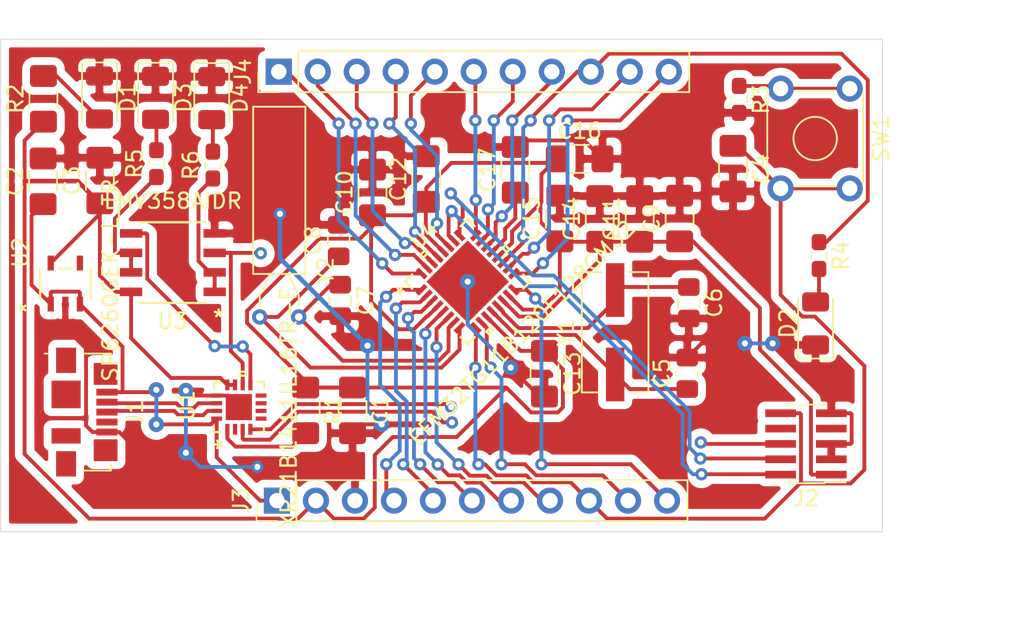
<source format=kicad_pcb>
(kicad_pcb (version 20171130) (host pcbnew 5.1.6-1.fc32)
  (title_block (title "Placa de Desarrollo EFM32 - MCU ARM") (date 2020-09-24) (rev 0.1) (company "Comit SRL") (comment 1 www.comit.com.ar) (comment 2 epereyra@comit.com.ar) (comment 3 "Emiliano Pereyra"))
  (layers (0 F.Cu signal) (31 B.Cu signal) (34 B.Paste user) (35 F.Paste user) (36 B.SilkS user) (37 F.SilkS user) (38 B.Mask user) (39 F.Mask user) (44 Edge.Cuts user))
  (net 0 "")
  (net 1 GND)
  (net 2 +3V3)
  (net 3 +5V)
  (net 4 /IU5)
  (net 5 "Net-(D1-Pad2)")
  (net 6 "Net-(D2-Pad2)")
  (net 7 "Net-(D3-Pad2)")
  (net 8 "Net-(D4-Pad2)")
  (net 9 "Net-(J1-Pad4)")
  (net 10 "/Fuente de Poder/USB_D+")
  (net 11 "/Fuente de Poder/USB_D-")
  (net 12 "Net-(J2-Pad8)")
  (net 13 "Net-(J2-Pad7)")
  (net 14 /IU7)
  (net 15 "/Interfaz de Usuario/MCU_PF0")
  (net 16 /IU6)
  (net 17 "/Interfaz de Usuario/MCU_PE13")
  (net 18 "/Interfaz de Usuario/MCU_PE12")
  (net 19 "/Interfaz de Usuario/MCU_PE11")
  (net 20 "/Interfaz de Usuario/MCU_PE10")
  (net 21 "/Interfaz de Usuario/MCU_PB11")
  (net 22 "/Interfaz de Usuario/MCU_PA2")
  (net 23 "/Interfaz de Usuario/MCU_PA1")
  (net 24 "/Interfaz de Usuario/MCU_PA0")
  (net 25 "/Interfaz de Usuario/MCU_PD7")
  (net 26 /IU9)
  (net 27 /IU8)
  (net 28 "/Interfaz de Usuario/MCU_PD4")
  (net 29 "/Interfaz de Usuario/MCU_PC15")
  (net 30 "/Interfaz de Usuario/MCU_PC14")
  (net 31 "/Interfaz de Usuario/MCU_PC13")
  (net 32 "/Interfaz de Usuario/MCU_PC1")
  (net 33 "/Interfaz de Usuario/MCU_PC0")
  (net 34 "Net-(R1-Pad2)")
  (net 35 "Net-(R3-Pad1)")
  (net 36 "Net-(R5-Pad1)")
  (net 37 "Net-(R6-Pad1)")
  (net 38 "Net-(U1-Pad2)")
  (net 39 "Net-(U2-Pad4)")
  (net 40 "Net-(C17-Pad1)")
  (net 41 /Microcontrolador/MCU_PB13)
  (net 42 /Microcontrolador/MCU_PB14)
  (net 43 /Microcontrolador/MCU_PB7)
  (net 44 /Microcontrolador/MCU_PB8)
  (net 45 "Net-(U1-Pad8)")
  (net 46 "Net-(U1-Pad7)")
  (net 47 "Net-(U1-Pad6)")
  (net 48 "Net-(U1-Pad5)")
  (net 49 "Net-(J1-Pad6)")
  (module Capacitor_SMD:C_1206_3216Metric_Pad1.42x1.75mm_HandSolder (layer F.Cu) (at 83.8 105.4875 90)
    (fp_text reference C15 (at 0 -1.82 90) (layer F.SilkS))
    (fp_text value 10n)
    (pad 2 smd roundrect (at 1.4875 0 90) (size 1.425 1.75) (layers F.Cu F.Paste F.Mask) (roundrect_rratio 0.175439) (net 1 GND))
    (pad 1 smd roundrect (at -1.4875 0 90) (size 1.425 1.75) (layers F.Cu F.Paste F.Mask) (roundrect_rratio 0.175439) (net 2 +3V3))
  )
  (module Resistor_SMD:R_0603_1608Metric_Pad1.05x0.95mm_HandSolder (layer F.Cu) (at 100.675 107.9 270)
    (fp_text reference R4 (at 0 -1.43 90) (layer F.SilkS))
    (fp_text value 1k)
    (pad 2 smd roundrect (at 0.875 0 270) (size 1.05 0.95) (layers F.Cu F.Paste F.Mask) (net 6 "Net-(D2-Pad2)"))
    (pad 1 smd roundrect (at -0.875 0 270) (size 1.05 0.95) (layers F.Cu F.Paste F.Mask) (net 25 "/Interfaz de Usuario/MCU_PD7"))
  )
  (module LED_SMD:LED_1206_3216Metric (layer F.Cu) (at 100.45 112.325 90)
    (fp_text reference D2 (at 0 -1.82 90) (layer F.SilkS))
    (fp_text value USR)
    (pad 2 smd roundrect (at 1.4 0 90) (size 1.25 1.75) (layers F.Cu F.Paste F.Mask) (roundrect_rratio 0.2) (net 6 "Net-(D2-Pad2)"))
    (pad 1 smd roundrect (at -1.4 0 90) (size 1.25 1.75) (layers F.Cu F.Paste F.Mask) (roundrect_rratio 0.2) (net 1 GND))
  )
  (module Connector_PinHeader_1.00mm:PinHeader_2x05_P1.00mm_Vertical_SMD (layer F.Cu) (at 99.825 120.175 180)
    (fp_text reference J2 (at 0 -3.56) (layer F.SilkS))
    (fp_text value Conn_ARM_JTAG_SWD_10)
    (pad 10 smd rect (at 1.65 2 180) (size 2 0.5) (layers F.Cu F.Paste F.Mask) (net 4 /IU5))
    (pad 9 smd rect (at -1.65 2 180) (size 2 0.5) (layers F.Cu F.Paste F.Mask) (net 1 GND))
    (pad 8 smd rect (at 1.65 1 180) (size 2 0.5) (layers F.Cu F.Paste F.Mask) (net 12 "Net-(J2-Pad8)"))
    (pad 7 smd rect (at -1.65 1 180) (size 2 0.5) (layers F.Cu F.Paste F.Mask) (net 13 "Net-(J2-Pad7)"))
    (pad 6 smd rect (at 1.65 0 180) (size 2 0.5) (layers F.Cu F.Paste F.Mask) (net 14 /IU7))
    (pad 5 smd rect (at -1.65 0 180) (size 2 0.5) (layers F.Cu F.Paste F.Mask) (net 1 GND))
    (pad 4 smd rect (at 1.65 -1 180) (size 2 0.5) (layers F.Cu F.Paste F.Mask) (net 15 "/Interfaz de Usuario/MCU_PF0"))
    (pad 3 smd rect (at -1.65 -1 180) (size 2 0.5) (layers F.Cu F.Paste F.Mask) (net 1 GND))
    (pad 2 smd rect (at 1.65 -2 180) (size 2 0.5) (layers F.Cu F.Paste F.Mask) (net 16 /IU6))
    (pad 1 smd rect (at -1.65 -2 180) (size 2 0.5) (layers F.Cu F.Paste F.Mask) (net 2 +3V3))
  )
  (module Capacitor_SMD:C_1206_3216Metric_Pad1.42x1.75mm_HandSolder (layer F.Cu) (at 95.075 102.2375 270)
    (fp_text reference C4 (at 0 -1.82 90) (layer F.SilkS))
    (fp_text value 100n)
    (pad 2 smd roundrect (at 1.4875 0 270) (size 1.425 1.75) (layers F.Cu F.Paste F.Mask) (roundrect_rratio 0.175439) (net 1 GND))
    (pad 1 smd roundrect (at -1.4875 0 270) (size 1.425 1.75) (layers F.Cu F.Paste F.Mask) (roundrect_rratio 0.175439) (net 4 /IU5))
  )
  (module Button_Switch_THT:SW_TH_Tactile_Omron_B3F-10xx (layer F.Cu) (at 102.675 97.025 270)
    (fp_text reference SW1 (at 3.25 -2.05 90) (layer F.SilkS))
    (fp_text value SW_Push_Dual)
    (pad 1 thru_hole circle (at 0 0 270) (size 1.7 1.7) (drill 1) (layers *.Cu *.Mask) (net 35 "Net-(R3-Pad1)"))
    (pad 2 thru_hole circle (at 6.5 0 270) (size 1.7 1.7) (drill 1) (layers *.Cu *.Mask) (net 4 /IU5))
    (pad 3 thru_hole circle (at 0 4.5 270) (size 1.7 1.7) (drill 1) (layers *.Cu *.Mask) (net 35 "Net-(R3-Pad1)"))
    (pad 4 thru_hole circle (at 6.5 4.5 270) (size 1.7 1.7) (drill 1) (layers *.Cu *.Mask) (net 4 /IU5))
  )
  (module Resistor_SMD:R_0603_1608Metric_Pad1.05x0.95mm_HandSolder (layer F.Cu) (at 95.475 97.725 270)
    (fp_text reference R3 (at 0 -1.43 90) (layer F.SilkS))
    (fp_text value 100R)
    (pad 2 smd roundrect (at 0.875 0 270) (size 1.05 0.95) (layers F.Cu F.Paste F.Mask) (net 1 GND))
    (pad 1 smd roundrect (at -0.875 0 270) (size 1.05 0.95) (layers F.Cu F.Paste F.Mask) (net 35 "Net-(R3-Pad1)"))
  )
  (module Connector_USB:USB_Micro-B_Molex_47346-0001 (layer F.Cu) (at 52.85 118.1 270)
    (fp_text reference J1 (at 0 -3.3 270) (layer F.SilkS))
    (fp_text value USB_B_Micro)
    (pad 6 smd rect (at 1.55 1.2 270) (size 1 1.9) (layers F.Cu F.Paste F.Mask) (net 49 "Net-(J1-Pad6)"))
    (pad 6 smd rect (at -1.15 1.2 270) (size 1.8 1.9) (layers F.Cu F.Paste F.Mask) (net 49 "Net-(J1-Pad6)"))
    (pad 6 smd rect (at 3.375 1.2 270) (size 1.65 1.3) (layers F.Cu F.Paste F.Mask) (net 49 "Net-(J1-Pad6)"))
    (pad 6 smd rect (at -3.375 1.2 270) (size 1.65 1.3) (layers F.Cu F.Paste F.Mask) (net 49 "Net-(J1-Pad6)"))
    (pad 6 smd rect (at 2.4875 -1.375 270) (size 1.425 1.55) (layers F.Cu F.Paste F.Mask) (net 49 "Net-(J1-Pad6)"))
    (pad 6 smd rect (at -2.4875 -1.375 270) (size 1.425 1.55) (layers F.Cu F.Paste F.Mask) (net 49 "Net-(J1-Pad6)"))
    (pad 5 smd rect (at 1.3 -1.46 270) (size 0.45 1.38) (layers F.Cu F.Paste F.Mask) (net 1 GND))
    (pad 4 smd rect (at 0.65 -1.46 270) (size 0.45 1.38) (layers F.Cu F.Paste F.Mask) (net 9 "Net-(J1-Pad4)"))
    (pad 3 smd rect (at 0 -1.46 270) (size 0.45 1.38) (layers F.Cu F.Paste F.Mask) (net 10 "/Fuente de Poder/USB_D+"))
    (pad 2 smd rect (at -0.65 -1.46 270) (size 0.45 1.38) (layers F.Cu F.Paste F.Mask) (net 11 "/Fuente de Poder/USB_D-"))
    (pad 1 smd rect (at -1.3 -1.46 270) (size 0.45 1.38) (layers F.Cu F.Paste F.Mask) (net 3 +5V))
  )
  (module Connector_PinHeader_2.54mm:PinHeader_1x11_P2.54mm_Vertical (layer F.Cu) (at 65.3796 123.87 90)
    (fp_text reference J3 (at 0 -2.33 90) (layer F.SilkS))
    (fp_text value Conn_01x11)
    (pad 11 thru_hole oval (at 0 25.4 90) (size 1.7 1.7) (drill 1) (layers *.Cu *.Mask) (net 28 "/Interfaz de Usuario/MCU_PD4"))
    (pad 10 thru_hole oval (at 0 22.86 90) (size 1.7 1.7) (drill 1) (layers *.Cu *.Mask) (net 21 "/Interfaz de Usuario/MCU_PB11"))
    (pad 9 thru_hole oval (at 0 20.32 90) (size 1.7 1.7) (drill 1) (layers *.Cu *.Mask) (net 4 /IU5))
    (pad 8 thru_hole oval (at 0 17.78 90) (size 1.7 1.7) (drill 1) (layers *.Cu *.Mask) (net 32 "/Interfaz de Usuario/MCU_PC1"))
    (pad 7 thru_hole oval (at 0 15.24 90) (size 1.7 1.7) (drill 1) (layers *.Cu *.Mask) (net 33 "/Interfaz de Usuario/MCU_PC0"))
    (pad 6 thru_hole oval (at 0 12.7 90) (size 1.7 1.7) (drill 1) (layers *.Cu *.Mask) (net 22 "/Interfaz de Usuario/MCU_PA2"))
    (pad 5 thru_hole oval (at 0 10.16 90) (size 1.7 1.7) (drill 1) (layers *.Cu *.Mask) (net 23 "/Interfaz de Usuario/MCU_PA1"))
    (pad 4 thru_hole oval (at 0 7.62 90) (size 1.7 1.7) (drill 1) (layers *.Cu *.Mask) (net 24 "/Interfaz de Usuario/MCU_PA0"))
    (pad 3 thru_hole oval (at 0 5.08 90) (size 1.7 1.7) (drill 1) (layers *.Cu *.Mask) (net 1 GND))
    (pad 2 thru_hole oval (at 0 2.54 90) (size 1.7 1.7) (drill 1) (layers *.Cu *.Mask) (net 2 +3V3))
    (pad 1 thru_hole rect (at 0 0 90) (size 1.7 1.7) (drill 1) (layers *.Cu *.Mask) (net 3 +5V))
  )
  (module Connector_PinHeader_2.54mm:PinHeader_1x11_P2.54mm_Vertical (layer F.Cu) (at 65.4964 95.92 90)
    (fp_text reference J4 (at 0 -2.33 90) (layer F.SilkS))
    (fp_text value Conn_01x11)
    (pad 11 thru_hole oval (at 0 25.4 90) (size 1.7 1.7) (drill 1) (layers *.Cu *.Mask) (net 27 /IU8))
    (pad 10 thru_hole oval (at 0 22.86 90) (size 1.7 1.7) (drill 1) (layers *.Cu *.Mask) (net 26 /IU9))
    (pad 9 thru_hole oval (at 0 20.32 90) (size 1.7 1.7) (drill 1) (layers *.Cu *.Mask) (net 25 "/Interfaz de Usuario/MCU_PD7"))
    (pad 8 thru_hole oval (at 0 17.78 90) (size 1.7 1.7) (drill 1) (layers *.Cu *.Mask) (net 31 "/Interfaz de Usuario/MCU_PC13"))
    (pad 7 thru_hole oval (at 0 15.24 90) (size 1.7 1.7) (drill 1) (layers *.Cu *.Mask) (net 30 "/Interfaz de Usuario/MCU_PC14"))
    (pad 6 thru_hole oval (at 0 12.7 90) (size 1.7 1.7) (drill 1) (layers *.Cu *.Mask) (net 29 "/Interfaz de Usuario/MCU_PC15"))
    (pad 5 thru_hole oval (at 0 10.16 90) (size 1.7 1.7) (drill 1) (layers *.Cu *.Mask) (net 14 /IU7))
    (pad 4 thru_hole oval (at 0 7.62 90) (size 1.7 1.7) (drill 1) (layers *.Cu *.Mask) (net 20 "/Interfaz de Usuario/MCU_PE10"))
    (pad 3 thru_hole oval (at 0 5.08 90) (size 1.7 1.7) (drill 1) (layers *.Cu *.Mask) (net 19 "/Interfaz de Usuario/MCU_PE11"))
    (pad 2 thru_hole oval (at 0 2.54 90) (size 1.7 1.7) (drill 1) (layers *.Cu *.Mask) (net 18 "/Interfaz de Usuario/MCU_PE12"))
    (pad 1 thru_hole rect (at 0 0 90) (size 1.7 1.7) (drill 1) (layers *.Cu *.Mask) (net 17 "/Interfaz de Usuario/MCU_PE13"))
  )
  (module Capacitor_SMD:C_1206_3216Metric_Pad1.42x1.75mm_HandSolder (layer F.Cu) (at 91.6 105.4875 90)
    (fp_text reference C9 (at 0 -1.82 90) (layer F.SilkS))
    (fp_text value 10u)
    (pad 2 smd roundrect (at 1.4875 0 90) (size 1.425 1.75) (layers F.Cu F.Paste F.Mask) (roundrect_rratio 0.175439) (net 1 GND))
    (pad 1 smd roundrect (at -1.4875 0 90) (size 1.425 1.75) (layers F.Cu F.Paste F.Mask) (roundrect_rratio 0.175439) (net 2 +3V3))
  )
  (module Capacitor_SMD:C_1206_3216Metric_Pad1.42x1.75mm_HandSolder (layer F.Cu) (at 80.9 102.3125 90)
    (fp_text reference C17 (at 0 -1.82 90) (layer F.SilkS))
    (fp_text value 1u)
    (pad 2 smd roundrect (at 1.4875 0 90) (size 1.425 1.75) (layers F.Cu F.Paste F.Mask) (roundrect_rratio 0.175439) (net 1 GND))
    (pad 1 smd roundrect (at -1.4875 0 90) (size 1.425 1.75) (layers F.Cu F.Paste F.Mask) (roundrect_rratio 0.175439) (net 40 "Net-(C17-Pad1)"))
  )
  (module Capacitor_SMD:C_1206_3216Metric_Pad1.42x1.75mm_HandSolder (layer F.Cu) (at 89 105.5125 90)
    (fp_text reference C11 (at 0 -1.82 90) (layer F.SilkS))
    (fp_text value 10u)
    (pad 2 smd roundrect (at 1.4875 0 90) (size 1.425 1.75) (layers F.Cu F.Paste F.Mask) (roundrect_rratio 0.175439) (net 1 GND))
    (pad 1 smd roundrect (at -1.4875 0 90) (size 1.425 1.75) (layers F.Cu F.Paste F.Mask) (roundrect_rratio 0.175439) (net 2 +3V3))
  )
  (module Resistor_SMD:R_1206_3216Metric_Pad1.42x1.75mm_HandSolder (layer F.Cu) (at 50.175 97.6875 90)
    (fp_text reference R2 (at 0 -1.82 90) (layer F.SilkS))
    (fp_text value 1k)
    (pad 2 smd roundrect (at 1.4875 0 90) (size 1.425 1.75) (layers F.Cu F.Paste F.Mask) (roundrect_rratio 0.175439) (net 5 "Net-(D1-Pad2)"))
    (pad 1 smd roundrect (at -1.4875 0 90) (size 1.425 1.75) (layers F.Cu F.Paste F.Mask) (roundrect_rratio 0.175439) (net 2 +3V3))
  )
  (module Resistor_SMD:R_1206_3216Metric_Pad1.42x1.75mm_HandSolder (layer F.Cu) (at 67.25 117.9875 270)
    (fp_text reference R1 (at 0 -1.82 90) (layer F.SilkS))
    (fp_text value 10k)
    (pad 2 smd roundrect (at 1.4875 0 270) (size 1.425 1.75) (layers F.Cu F.Paste F.Mask) (roundrect_rratio 0.175439) (net 34 "Net-(R1-Pad2)"))
    (pad 1 smd roundrect (at -1.4875 0 270) (size 1.425 1.75) (layers F.Cu F.Paste F.Mask) (roundrect_rratio 0.175439) (net 2 +3V3))
  )
  (module LED_SMD:LED_1206_3216Metric (layer F.Cu) (at 61.1317 97.6444 270)
    (fp_text reference D4 (at 0 -1.82 90) (layer F.SilkS))
    (fp_text value RX)
    (pad 2 smd roundrect (at 1.4 0 270) (size 1.25 1.75) (layers F.Cu F.Paste F.Mask) (roundrect_rratio 0.2) (net 8 "Net-(D4-Pad2)"))
    (pad 1 smd roundrect (at -1.4 0 270) (size 1.25 1.75) (layers F.Cu F.Paste F.Mask) (roundrect_rratio 0.2) (net 1 GND))
  )
  (module LED_SMD:LED_1206_3216Metric (layer F.Cu) (at 57.4727 97.6194 270)
    (fp_text reference D3 (at 0 -1.82 90) (layer F.SilkS))
    (fp_text value TX)
    (pad 2 smd roundrect (at 1.4 0 270) (size 1.25 1.75) (layers F.Cu F.Paste F.Mask) (roundrect_rratio 0.2) (net 7 "Net-(D3-Pad2)"))
    (pad 1 smd roundrect (at -1.4 0 270) (size 1.25 1.75) (layers F.Cu F.Paste F.Mask) (roundrect_rratio 0.2) (net 1 GND))
  )
  (module LED_SMD:LED_1206_3216Metric (layer F.Cu) (at 53.825 97.6 270)
    (fp_text reference D1 (at 0 -1.82 90) (layer F.SilkS))
    (fp_text value PWR)
    (pad 2 smd roundrect (at 1.4 0 270) (size 1.25 1.75) (layers F.Cu F.Paste F.Mask) (roundrect_rratio 0.2) (net 5 "Net-(D1-Pad2)"))
    (pad 1 smd roundrect (at -1.4 0 270) (size 1.25 1.75) (layers F.Cu F.Paste F.Mask) (roundrect_rratio 0.2) (net 1 GND))
  )
  (module Capacitor_SMD:C_1206_3216Metric_Pad1.42x1.75mm_HandSolder (layer F.Cu) (at 85.0875 101.6)
    (fp_text reference C16 (at 0 -1.82) (layer F.SilkS))
    (fp_text value 100n)
    (pad 2 smd roundrect (at 1.4875 0) (size 1.425 1.75) (layers F.Cu F.Paste F.Mask) (roundrect_rratio 0.175439) (net 1 GND))
    (pad 1 smd roundrect (at -1.4875 0) (size 1.425 1.75) (layers F.Cu F.Paste F.Mask) (roundrect_rratio 0.175439) (net 2 +3V3))
  )
  (module Capacitor_SMD:C_1206_3216Metric_Pad1.42x1.75mm_HandSolder (layer F.Cu) (at 86.4 105.5125 90)
    (fp_text reference C14 (at 0 -1.82 90) (layer F.SilkS))
    (fp_text value 100n)
    (pad 2 smd roundrect (at 1.4875 0 90) (size 1.425 1.75) (layers F.Cu F.Paste F.Mask) (roundrect_rratio 0.175439) (net 1 GND))
    (pad 1 smd roundrect (at -1.4875 0 90) (size 1.425 1.75) (layers F.Cu F.Paste F.Mask) (roundrect_rratio 0.175439) (net 2 +3V3))
  )
  (module Capacitor_SMD:C_1206_3216Metric_Pad1.42x1.75mm_HandSolder (layer F.Cu) (at 82.8 115.6 270)
    (fp_text reference C13 (at 0 -1.82 90) (layer F.SilkS))
    (fp_text value 10n)
    (pad 2 smd roundrect (at 1.4875 0 270) (size 1.425 1.75) (layers F.Cu F.Paste F.Mask) (roundrect_rratio 0.175439) (net 1 GND))
    (pad 1 smd roundrect (at -1.4875 0 270) (size 1.425 1.75) (layers F.Cu F.Paste F.Mask) (roundrect_rratio 0.175439) (net 2 +3V3))
  )
  (module Capacitor_SMD:C_1206_3216Metric_Pad1.42x1.75mm_HandSolder (layer F.Cu) (at 75.1 102.9125 90)
    (fp_text reference C12 (at 0 -1.82 90) (layer F.SilkS))
    (fp_text value 100n)
    (pad 2 smd roundrect (at 1.4875 0 90) (size 1.425 1.75) (layers F.Cu F.Paste F.Mask) (roundrect_rratio 0.175439) (net 1 GND))
    (pad 1 smd roundrect (at -1.4875 0 90) (size 1.425 1.75) (layers F.Cu F.Paste F.Mask) (roundrect_rratio 0.175439) (net 2 +3V3))
  )
  (module Capacitor_SMD:C_1206_3216Metric_Pad1.42x1.75mm_HandSolder (layer F.Cu) (at 71.6 103.7875 90)
    (fp_text reference C10 (at 0 -1.82 90) (layer F.SilkS))
    (fp_text value 100n)
    (pad 2 smd roundrect (at 1.4875 0 90) (size 1.425 1.75) (layers F.Cu F.Paste F.Mask) (roundrect_rratio 0.175439) (net 1 GND))
    (pad 1 smd roundrect (at -1.4875 0 90) (size 1.425 1.75) (layers F.Cu F.Paste F.Mask) (roundrect_rratio 0.175439) (net 2 +3V3))
  )
  (module Capacitor_SMD:C_0805_2012Metric_Pad1.15x1.40mm_HandSolder (layer F.Cu) (at 69.4 106.925 90)
    (fp_text reference C8 (at 0 -1.65 90) (layer F.SilkS))
    (fp_text value 22p)
    (pad 2 smd roundrect (at 1.025 0 90) (size 1.15 1.4) (layers F.Cu F.Paste F.Mask) (roundrect_rratio 0.217391) (net 1 GND))
    (pad 1 smd roundrect (at -1.025 0 90) (size 1.15 1.4) (layers F.Cu F.Paste F.Mask) (roundrect_rratio 0.217391) (net 44 /Microcontrolador/MCU_PB8))
  )
  (module Capacitor_SMD:C_0805_2012Metric_Pad1.15x1.40mm_HandSolder (layer F.Cu) (at 69.5 110.825 270)
    (fp_text reference C7 (at 0 -1.65 90) (layer F.SilkS))
    (fp_text value 22p)
    (pad 2 smd roundrect (at 1.025 0 270) (size 1.15 1.4) (layers F.Cu F.Paste F.Mask) (roundrect_rratio 0.217391) (net 1 GND))
    (pad 1 smd roundrect (at -1.025 0 270) (size 1.15 1.4) (layers F.Cu F.Paste F.Mask) (roundrect_rratio 0.217391) (net 43 /Microcontrolador/MCU_PB7))
  )
  (module Capacitor_SMD:C_0805_2012Metric_Pad1.15x1.40mm_HandSolder (layer F.Cu) (at 92.2 110.975 270)
    (fp_text reference C6 (at 0 -1.65 90) (layer F.SilkS))
    (fp_text value 12p)
    (pad 2 smd roundrect (at 1.025 0 270) (size 1.15 1.4) (layers F.Cu F.Paste F.Mask) (roundrect_rratio 0.217391) (net 1 GND))
    (pad 1 smd roundrect (at -1.025 0 270) (size 1.15 1.4) (layers F.Cu F.Paste F.Mask) (roundrect_rratio 0.217391) (net 42 /Microcontrolador/MCU_PB14))
  )
  (module Capacitor_SMD:C_0805_2012Metric_Pad1.15x1.40mm_HandSolder (layer F.Cu) (at 92.1 115.575 90)
    (fp_text reference C5 (at 0 -1.65 90) (layer F.SilkS))
    (fp_text value 12p)
    (pad 2 smd roundrect (at 1.025 0 90) (size 1.15 1.4) (layers F.Cu F.Paste F.Mask) (roundrect_rratio 0.217391) (net 1 GND))
    (pad 1 smd roundrect (at -1.025 0 90) (size 1.15 1.4) (layers F.Cu F.Paste F.Mask) (roundrect_rratio 0.217391) (net 41 /Microcontrolador/MCU_PB13))
  )
  (module Capacitor_SMD:C_1206_3216Metric_Pad1.42x1.75mm_HandSolder (layer F.Cu) (at 53.85 103.0125 90)
    (fp_text reference C3 (at 0 -1.82 90) (layer F.SilkS))
    (fp_text value 1u)
    (pad 2 smd roundrect (at 1.4875 0 90) (size 1.425 1.75) (layers F.Cu F.Paste F.Mask) (roundrect_rratio 0.175439) (net 1 GND))
    (pad 1 smd roundrect (at -1.4875 0 90) (size 1.425 1.75) (layers F.Cu F.Paste F.Mask) (roundrect_rratio 0.175439) (net 2 +3V3))
  )
  (module Capacitor_SMD:C_1206_3216Metric_Pad1.42x1.75mm_HandSolder (layer F.Cu) (at 50.15 103.0625 90)
    (fp_text reference C2 (at 0 -1.82 90) (layer F.SilkS))
    (fp_text value 1u)
    (pad 2 smd roundrect (at 1.4875 0 90) (size 1.425 1.75) (layers F.Cu F.Paste F.Mask) (roundrect_rratio 0.175439) (net 1 GND))
    (pad 1 smd roundrect (at -1.4875 0 90) (size 1.425 1.75) (layers F.Cu F.Paste F.Mask) (roundrect_rratio 0.175439) (net 3 +5V))
  )
  (module Capacitor_SMD:C_1206_3216Metric_Pad1.42x1.75mm_HandSolder (layer F.Cu) (at 70.3 117.988 270)
    (fp_text reference C1 (at 0 -1.82 90) (layer F.SilkS))
    (fp_text value 100n)
    (pad 2 smd roundrect (at 1.4875 0 270) (size 1.425 1.75) (layers F.Cu F.Paste F.Mask) (roundrect_rratio 0.175439) (net 1 GND))
    (pad 1 smd roundrect (at -1.4875 0 270) (size 1.425 1.75) (layers F.Cu F.Paste F.Mask) (roundrect_rratio 0.175439) (net 2 +3V3))
  )
  (module Resistor_SMD:R_0603_1608Metric_Pad1.05x0.95mm_HandSolder (layer F.Cu) (at 61.2077 102.005 90)
    (fp_text reference R6 (at 0 -1.43 90) (layer F.SilkS))
    (fp_text value 1k)
    (pad 2 smd roundrect (at 0.875 0 90) (size 1.05 0.95) (layers F.Cu F.Paste F.Mask) (net 8 "Net-(D4-Pad2)"))
    (pad 1 smd roundrect (at -0.875 0 90) (size 1.05 0.95) (layers F.Cu F.Paste F.Mask) (net 37 "Net-(R6-Pad1)"))
  )
  (module Resistor_SMD:R_0603_1608Metric_Pad1.05x0.95mm_HandSolder (layer F.Cu) (at 57.5337 101.909 90)
    (fp_text reference R5 (at 0 -1.43 90) (layer F.SilkS))
    (fp_text value 1k)
    (pad 2 smd roundrect (at 0.875 0 90) (size 1.05 0.95) (layers F.Cu F.Paste F.Mask) (net 7 "Net-(D3-Pad2)"))
    (pad 1 smd roundrect (at -0.875 0 90) (size 1.05 0.95) (layers F.Cu F.Paste F.Mask) (net 36 "Net-(R5-Pad1)"))
  )
  (module Crystal:Crystal_AT310_D3.0mm_L10.0mm_Horizontal (layer F.Cu) (at 66.8 111.9 180)
    (fp_text reference Y2 (at -1.75 3 90) (layer F.SilkS))
    (fp_text value 32.768KHz)
    (pad 2 thru_hole circle (at 2.54 0 180) (size 1 1) (drill 0.5) (layers *.Cu *.Mask) (net 44 /Microcontrolador/MCU_PB8))
    (pad 1 thru_hole circle (at 0 0 180) (size 1 1) (drill 0.5) (layers *.Cu *.Mask) (net 43 /Microcontrolador/MCU_PB7))
  )
  (module Crystal:Crystal_SMD_ECS_CSM3X-2Pin_7.6x4.1mm (layer F.Cu) (at 87.4 112.9 90)
    (fp_text reference Y1 (at 0 -3.2 90) (layer F.SilkS))
    (fp_text value 32MHz)
    (pad 2 smd rect (at 2.75 0 90) (size 3.5 1.2) (layers F.Cu F.Paste F.Mask) (net 42 /Microcontrolador/MCU_PB14))
    (pad 1 smd rect (at -2.75 0 90) (size 3.5 1.2) (layers F.Cu F.Paste F.Mask) (net 41 /Microcontrolador/MCU_PB13))
  )
  (module "Mis Huellas:EFM32TG11B120F128GM32" (layer F.Cu) (at 77.8 109.6 45)
    (fp_text reference U4 (at 0.132766 -4.199309 45) (layer F.SilkS))
    (fp_text value EFM32TG11B120F128GM32 (at 0.11684 4.8768 45) (layer F.SilkS))
    (fp_text user * (at -3.535 -2.381 45) (layer F.SilkS))
    (fp_text user * (at -3.535 -2.381 45) (layer F.SilkS))
    (pad 33 smd rect (at 0 0 45) (size 3.8 3.8) (layers F.Cu F.Paste F.Mask) (net 1 GND))
    (pad 32 smd rect (at -1.749999 -2.5 45) (size 0.3 0.8) (layers F.Cu F.Paste F.Mask) (net 17 "/Interfaz de Usuario/MCU_PE13"))
    (pad 31 smd rect (at -1.25 -2.5 45) (size 0.3 0.8) (layers F.Cu F.Paste F.Mask) (net 18 "/Interfaz de Usuario/MCU_PE12"))
    (pad 30 smd rect (at -0.750001 -2.5 45) (size 0.3 0.8) (layers F.Cu F.Paste F.Mask) (net 19 "/Interfaz de Usuario/MCU_PE11"))
    (pad 29 smd rect (at -0.25 -2.5 45) (size 0.3 0.8) (layers F.Cu F.Paste F.Mask) (net 20 "/Interfaz de Usuario/MCU_PE10"))
    (pad 28 smd rect (at 0.25 -2.5 45) (size 0.3 0.8) (layers F.Cu F.Paste F.Mask) (net 2 +3V3))
    (pad 27 smd rect (at 0.750001 -2.5 45) (size 0.3 0.8) (layers F.Cu F.Paste F.Mask) (net 14 /IU7))
    (pad 26 smd rect (at 1.25 -2.5 45) (size 0.3 0.8) (layers F.Cu F.Paste F.Mask) (net 16 /IU6))
    (pad 25 smd rect (at 1.749999 -2.5 45) (size 0.3 0.8) (layers F.Cu F.Paste F.Mask) (net 15 "/Interfaz de Usuario/MCU_PF0"))
    (pad 24 smd rect (at 2.5 -1.749999 135) (size 0.3 0.8) (layers F.Cu F.Paste F.Mask) (net 29 "/Interfaz de Usuario/MCU_PC15"))
    (pad 23 smd rect (at 2.5 -1.25 135) (size 0.3 0.8) (layers F.Cu F.Paste F.Mask) (net 30 "/Interfaz de Usuario/MCU_PC14"))
    (pad 22 smd rect (at 2.5 -0.750001 135) (size 0.3 0.8) (layers F.Cu F.Paste F.Mask) (net 31 "/Interfaz de Usuario/MCU_PC13"))
    (pad 21 smd rect (at 2.5 -0.25 135) (size 0.3 0.8) (layers F.Cu F.Paste F.Mask) (net 40 "Net-(C17-Pad1)"))
    (pad 20 smd rect (at 2.5 0.25 135) (size 0.3 0.8) (layers F.Cu F.Paste F.Mask) (net 2 +3V3))
    (pad 19 smd rect (at 2.5 0.750001 135) (size 0.3 0.8) (layers F.Cu F.Paste F.Mask) (net 25 "/Interfaz de Usuario/MCU_PD7"))
    (pad 18 smd rect (at 2.5 1.25 135) (size 0.3 0.8) (layers F.Cu F.Paste F.Mask) (net 26 /IU9))
    (pad 17 smd rect (at 2.5 1.749999 135) (size 0.3 0.8) (layers F.Cu F.Paste F.Mask) (net 27 /IU8))
    (pad 16 smd rect (at 1.749999 2.5 45) (size 0.3 0.8) (layers F.Cu F.Paste F.Mask) (net 28 "/Interfaz de Usuario/MCU_PD4"))
    (pad 15 smd rect (at 1.25 2.5 45) (size 0.3 0.8) (layers F.Cu F.Paste F.Mask) (net 2 +3V3))
    (pad 14 smd rect (at 0.750001 2.5 45) (size 0.3 0.8) (layers F.Cu F.Paste F.Mask) (net 2 +3V3))
    (pad 13 smd rect (at 0.25 2.5 45) (size 0.3 0.8) (layers F.Cu F.Paste F.Mask) (net 42 /Microcontrolador/MCU_PB14))
    (pad 12 smd rect (at -0.25 2.5 45) (size 0.3 0.8) (layers F.Cu F.Paste F.Mask) (net 41 /Microcontrolador/MCU_PB13))
    (pad 11 smd rect (at -0.750001 2.5 45) (size 0.3 0.8) (layers F.Cu F.Paste F.Mask) (net 2 +3V3))
    (pad 10 smd rect (at -1.25 2.5 45) (size 0.3 0.8) (layers F.Cu F.Paste F.Mask) (net 21 "/Interfaz de Usuario/MCU_PB11"))
    (pad 9 smd rect (at -1.749999 2.5 45) (size 0.3 0.8) (layers F.Cu F.Paste F.Mask) (net 4 /IU5))
    (pad 8 smd rect (at -2.5 1.749999 135) (size 0.3 0.8) (layers F.Cu F.Paste F.Mask) (net 44 /Microcontrolador/MCU_PB8))
    (pad 7 smd rect (at -2.5 1.25 135) (size 0.3 0.8) (layers F.Cu F.Paste F.Mask) (net 43 /Microcontrolador/MCU_PB7))
    (pad 6 smd rect (at -2.5 0.750001 135) (size 0.3 0.8) (layers F.Cu F.Paste F.Mask) (net 32 "/Interfaz de Usuario/MCU_PC1"))
    (pad 5 smd rect (at -2.5 0.25 135) (size 0.3 0.8) (layers F.Cu F.Paste F.Mask) (net 33 "/Interfaz de Usuario/MCU_PC0"))
    (pad 4 smd rect (at -2.5 -0.25 135) (size 0.3 0.8) (layers F.Cu F.Paste F.Mask) (net 2 +3V3))
    (pad 3 smd rect (at -2.5 -0.750001 135) (size 0.3 0.8) (layers F.Cu F.Paste F.Mask) (net 22 "/Interfaz de Usuario/MCU_PA2"))
    (pad 2 smd rect (at -2.5 -1.25 135) (size 0.3 0.8) (layers F.Cu F.Paste F.Mask) (net 23 "/Interfaz de Usuario/MCU_PA1"))
    (pad 1 smd rect (at -2.5 -1.749999 135) (size 0.3 0.8) (layers F.Cu F.Paste F.Mask) (net 24 "/Interfaz de Usuario/MCU_PA0"))
  )
  (module "Mis Huellas:LMV358AIDR" (layer F.Cu) (at 58.603652 108.36 180)
    (fp_text reference U3 (at 0.0254 -3.79984) (layer F.SilkS))
    (fp_text value LMV358AIDR (at -0.00508 4.01828) (layer F.SilkS))
    (fp_text user * (at -2.97535 -3.606) (layer F.SilkS))
    (fp_text user * (at -2.97535 -3.606) (layer F.SilkS))
    (pad 8 smd rect (at 2.721348 -1.905 180) (size 1.454899 0.558) (layers F.Cu F.Paste F.Mask) (net 2 +3V3))
    (pad 7 smd rect (at 2.721348 -0.635 180) (size 1.454899 0.558) (layers F.Cu F.Paste F.Mask) (net 36 "Net-(R5-Pad1)"))
    (pad 6 smd rect (at 2.721348 0.635 180) (size 1.454899 0.558) (layers F.Cu F.Paste F.Mask) (net 36 "Net-(R5-Pad1)"))
    (pad 5 smd rect (at 2.721348 1.905 180) (size 1.454899 0.558) (layers F.Cu F.Paste F.Mask) (net 14 /IU7))
    (pad 4 smd rect (at -2.721348 1.905 180) (size 1.454899 0.558) (layers F.Cu F.Paste F.Mask) (net 1 GND))
    (pad 3 smd rect (at -2.721348 0.635 180) (size 1.454899 0.558) (layers F.Cu F.Paste F.Mask) (net 16 /IU6))
    (pad 2 smd rect (at -2.721348 -0.635 180) (size 1.454899 0.558) (layers F.Cu F.Paste F.Mask) (net 37 "Net-(R6-Pad1)"))
    (pad 1 smd rect (at -2.721348 -1.905 180) (size 1.454899 0.558) (layers F.Cu F.Paste F.Mask) (net 37 "Net-(R6-Pad1)"))
  )
  (module "Mis Huellas:SP6260GEKLTR" (layer F.Cu) (at 51.6 109.725 90)
    (fp_text reference U2 (at 2.02692 -2.921 90) (layer F.SilkS))
    (fp_text value SP6260GEK-L_TR (at 0.22352 2.94132 90) (layer F.SilkS))
    (fp_text user * (at -1.59105 -2.4994 90) (layer F.SilkS))
    (fp_text user * (at -1.59105 -2.4994 90) (layer F.SilkS))
    (pad 5 smd rect (at 1.337051 -0.950001 90) (size 0.972299 0.4064) (layers F.Cu F.Paste F.Mask) (net 2 +3V3))
    (pad 4 smd rect (at 1.337051 0.950001 90) (size 0.972299 0.4064) (layers F.Cu F.Paste F.Mask) (net 39 "Net-(U2-Pad4)"))
    (pad 3 smd rect (at -1.337051 0.950001 90) (size 0.972299 0.4064) (layers F.Cu F.Paste F.Mask) (net 3 +5V))
    (pad 2 smd rect (at -1.337051 0 90) (size 0.972299 0.4064) (layers F.Cu F.Paste F.Mask) (net 1 GND))
    (pad 1 smd rect (at -1.337051 -0.950001 90) (size 0.972299 0.4064) (layers F.Cu F.Paste F.Mask) (net 3 +5V))
  )
  (module "Mis Huellas:XR21B1411IL16TR-F" (layer F.Cu) (at 62.9 117.775 90)
    (fp_text reference U1 (at 0.1016 -3.39852 90) (layer F.SilkS))
    (fp_text value XR21B1411IL16TR-F (at -0.04572 3.24612 90) (layer F.SilkS))
    (fp_text user * (at -2.433599 -1 90) (layer F.SilkS))
    (fp_text user * (at -2.433599 -1 90) (layer F.SilkS))
    (pad 17 smd rect (at 0 0 90) (size 1.7018 1.7018) (layers F.Cu F.Paste F.Mask) (net 1 GND))
    (pad 16 smd rect (at -0.750001 -1.4454 90) (size 0.2756 0.706399) (layers F.Cu F.Paste F.Mask) (net 3 +5V))
    (pad 15 smd rect (at -0.25 -1.4454 90) (size 0.2756 0.706399) (layers F.Cu F.Paste F.Mask) (net 10 "/Fuente de Poder/USB_D+"))
    (pad 14 smd rect (at 0.25 -1.4454 90) (size 0.2756 0.706399) (layers F.Cu F.Paste F.Mask) (net 11 "/Fuente de Poder/USB_D-"))
    (pad 13 smd rect (at 0.750001 -1.4454 90) (size 0.2756 0.706399) (layers F.Cu F.Paste F.Mask) (net 1 GND))
    (pad 12 smd rect (at 1.4454 -0.750001 180) (size 0.2756 0.706399) (layers F.Cu F.Paste F.Mask) (net 2 +3V3))
    (pad 11 smd rect (at 1.4454 -0.25 180) (size 0.2756 0.706399) (layers F.Cu F.Paste F.Mask) (net 2 +3V3))
    (pad 10 smd rect (at 1.4454 0.25 180) (size 0.2756 0.706399) (layers F.Cu F.Paste F.Mask) (net 16 /IU6))
    (pad 9 smd rect (at 1.4454 0.750001 180) (size 0.2756 0.706399) (layers F.Cu F.Paste F.Mask) (net 14 /IU7))
    (pad 8 smd rect (at 0.750001 1.4454 90) (size 0.2756 0.706399) (layers F.Cu F.Paste F.Mask) (net 45 "Net-(U1-Pad8)"))
    (pad 7 smd rect (at 0.25 1.4454 90) (size 0.2756 0.706399) (layers F.Cu F.Paste F.Mask) (net 46 "Net-(U1-Pad7)"))
    (pad 6 smd rect (at -0.25 1.4454 90) (size 0.2756 0.706399) (layers F.Cu F.Paste F.Mask) (net 47 "Net-(U1-Pad6)"))
    (pad 5 smd rect (at -0.750001 1.4454 90) (size 0.2756 0.706399) (layers F.Cu F.Paste F.Mask) (net 48 "Net-(U1-Pad5)"))
    (pad 4 smd rect (at -1.4454 0.750001 180) (size 0.2756 0.706399) (layers F.Cu F.Paste F.Mask) (net 27 /IU8))
    (pad 3 smd rect (at -1.4454 0.25 180) (size 0.2756 0.706399) (layers F.Cu F.Paste F.Mask) (net 26 /IU9))
    (pad 2 smd rect (at -1.4454 -0.25 180) (size 0.2756 0.706399) (layers F.Cu F.Paste F.Mask) (net 38 "Net-(U1-Pad2)"))
    (pad 1 smd rect (at -1.4454 -0.750001 180) (size 0.2756 0.706399) (layers F.Cu F.Paste F.Mask) (net 34 "Net-(R1-Pad2)"))
  )
  (gr_line (start 104.8 93.8) (end 47.4 93.8) (layer Edge.Cuts) (width 0.05))
  (gr_line (start 104.8 125.9) (end 47.4 125.9) (layer Edge.Cuts) (width 0.05))
  (gr_line (start 104.8 93.8) (end 104.8 125.9) (layer Edge.Cuts) (width 0.05))
  (gr_line (start 47.4 125.9) (end 47.4 93.8) (layer Edge.Cuts) (width 0.05))
  (via (at 80.6 115.2) (size 1) (drill 0.4) (layers F.Cu B.Cu) (net 1))
  (segment (start 82.4875 117.0875) (end 80.6 115.2) (width 0.25) (layer F.Cu) (net 1))
  (segment (start 82.8 117.0875) (end 82.4875 117.0875) (width 0.25) (layer F.Cu) (net 1))
  (via (at 77.8 109.6) (size 1) (drill 0.4) (layers F.Cu B.Cu) (net 1))
  (segment (start 77.8 112.4) (end 77.8 109.6) (width 0.25) (layer B.Cu) (net 1))
  (segment (start 80.6 115.2) (end 77.8 112.4) (width 0.25) (layer B.Cu) (net 1))
  (segment (start 51.6 111.062051) (end 51.6 112.614998) (width 0.25) (layer F.Cu) (net 1))
  (segment (start 51.6 112.614998) (end 52.95 113.964998) (width 0.25) (layer F.Cu) (net 1))
  (segment (start 53.37 119.4) (end 54.31 119.4) (width 0.25) (layer F.Cu) (net 1))
  (segment (start 52.95 118.98) (end 53.37 119.4) (width 0.25) (layer F.Cu) (net 1))
  (segment (start 52.95 113.964998) (end 52.95 118.98) (width 0.25) (layer F.Cu) (net 1))
  (segment (start 101.475 121.175) (end 101.475 120.175) (width 0.25) (layer F.Cu) (net 1))
  (segment (start 102.725 118.175) (end 101.475 118.175) (width 0.25) (layer F.Cu) (net 1))
  (segment (start 102.800001 118.250001) (end 102.725 118.175) (width 0.25) (layer F.Cu) (net 1))
  (segment (start 102.800001 120.099999) (end 102.800001 118.250001) (width 0.25) (layer F.Cu) (net 1))
  (segment (start 102.725 120.175) (end 102.800001 120.099999) (width 0.25) (layer F.Cu) (net 1))
  (segment (start 101.475 120.175) (end 102.725 120.175) (width 0.25) (layer F.Cu) (net 1))
  (segment (start 100.45 113.725) (end 100.45 115) (width 0.25) (layer F.Cu) (net 1))
  (segment (start 101.475 116.025) (end 101.475 118.175) (width 0.25) (layer F.Cu) (net 1))
  (segment (start 100.45 115) (end 101.475 116.025) (width 0.25) (layer F.Cu) (net 1))
  (segment (start 100.45 113.725) (end 97.75 113.725) (width 0.25) (layer F.Cu) (net 1))
  (via (at 97.65 113.625) (size 1) (drill 0.4) (layers F.Cu B.Cu) (net 1))
  (segment (start 97.75 113.725) (end 97.65 113.625) (width 0.25) (layer F.Cu) (net 1))
  (segment (start 97.65 113.625) (end 95.85 113.625) (width 0.25) (layer B.Cu) (net 1))
  (via (at 95.85 113.625) (size 1) (drill 0.4) (layers F.Cu B.Cu) (net 1))
  (segment (start 93.025 113.625) (end 92.1 114.55) (width 0.25) (layer F.Cu) (net 1))
  (segment (start 95.85 113.625) (end 93.025 113.625) (width 0.25) (layer F.Cu) (net 1))
  (segment (start 61.4546 117.024999) (end 59.774999 117.024999) (width 0.25) (layer F.Cu) (net 1))
  (segment (start 59.774999 117.024999) (end 59.45 116.7) (width 0.25) (layer F.Cu) (net 1))
  (via (at 59.45 116.7) (size 1) (drill 0.4) (layers F.Cu B.Cu) (net 1))
  (segment (start 59.45 116.7) (end 59.45 120.75) (width 0.25) (layer B.Cu) (net 1))
  (via (at 59.45 120.75) (size 1) (drill 0.4) (layers F.Cu B.Cu) (net 1))
  (segment (start 55.110002 119.4) (end 54.31 119.4) (width 0.25) (layer F.Cu) (net 1))
  (segment (start 56.460002 120.75) (end 55.110002 119.4) (width 0.25) (layer F.Cu) (net 1))
  (segment (start 59.45 120.75) (end 56.460002 120.75) (width 0.25) (layer F.Cu) (net 1))
  (segment (start 62.149999 117.024999) (end 62.9 117.775) (width 0.25) (layer F.Cu) (net 1))
  (segment (start 61.4546 117.024999) (end 62.149999 117.024999) (width 0.25) (layer F.Cu) (net 1))
  (via (at 64.1 121.675) (size 0.8) (drill 0.4) (layers F.Cu B.Cu) (net 1))
  (segment (start 60.375 121.675) (end 59.45 120.75) (width 0.25) (layer B.Cu) (net 1))
  (segment (start 64.1 121.675) (end 60.375 121.675) (width 0.25) (layer B.Cu) (net 1))
  (segment (start 69.5 112) (end 71.275 113.775) (width 0.25) (layer F.Cu) (net 1))
  (segment (start 69.5 111.85) (end 69.5 112) (width 0.25) (layer F.Cu) (net 1))
  (via (at 71.275 113.775) (size 1) (drill 0.4) (layers F.Cu B.Cu) (net 1))
  (via (at 72.2 118.9) (size 1) (drill 0.4) (layers F.Cu B.Cu) (net 1))
  (segment (start 71.275 117.975) (end 72.2 118.9) (width 0.25) (layer B.Cu) (net 1))
  (segment (start 71.275 113.775) (end 71.275 117.975) (width 0.25) (layer B.Cu) (net 1))
  (segment (start 70.8755 118.9) (end 70.3 119.4755) (width 0.25) (layer F.Cu) (net 1))
  (segment (start 72.2 118.9) (end 70.8755 118.9) (width 0.25) (layer F.Cu) (net 1))
  (segment (start 86.375 104) (end 86.4 104.025) (width 0.25) (layer F.Cu) (net 1))
  (segment (start 83.8 104) (end 86.375 104) (width 0.25) (layer F.Cu) (net 1))
  (segment (start 85.37499 100.39999) (end 86.575 101.6) (width 0.25) (layer F.Cu) (net 1))
  (segment (start 81.32501 100.39999) (end 85.37499 100.39999) (width 0.25) (layer F.Cu) (net 1))
  (segment (start 80.9 100.825) (end 81.32501 100.39999) (width 0.25) (layer F.Cu) (net 1))
  (via (at 65.575 105.175) (size 0.8) (drill 0.4) (layers F.Cu B.Cu) (net 1))
  (segment (start 65.575 108.075) (end 71.275 113.775) (width 0.3) (layer B.Cu) (net 1))
  (segment (start 65.575 105.175) (end 65.575 108.075) (width 0.3) (layer B.Cu) (net 1))
  (segment (start 81.251838 114.1125) (end 82.8 114.1125) (width 0.25) (layer F.Cu) (net 2))
  (segment (start 79.037436 111.898098) (end 81.251838 114.1125) (width 0.25) (layer F.Cu) (net 2))
  (segment (start 86.4 107) (end 89 107) (width 0.25) (layer F.Cu) (net 2))
  (segment (start 75.192162 111.854284) (end 75.145716 111.854284) (width 0.25) (layer F.Cu) (net 2))
  (segment (start 71.509717 110.909717) (end 71.509717 105.365283) (width 0.25) (layer F.Cu) (net 2))
  (segment (start 73.3 112.7) (end 71.509717 110.909717) (width 0.25) (layer F.Cu) (net 2))
  (segment (start 74.3 112.7) (end 73.3 112.7) (width 0.25) (layer F.Cu) (net 2))
  (segment (start 75.145716 111.854284) (end 74.3 112.7) (width 0.25) (layer F.Cu) (net 2))
  (segment (start 71.509717 105.365283) (end 71.6 105.275) (width 0.25) (layer F.Cu) (net 2))
  (segment (start 75.855456 111.19099) (end 75.192162 111.854284) (width 0.25) (layer F.Cu) (net 2))
  (segment (start 75.074998 106.148002) (end 75.1 106.173004) (width 0.25) (layer F.Cu) (net 2))
  (segment (start 75.1 106.546446) (end 76.20901 107.655456) (width 0.25) (layer F.Cu) (net 2))
  (segment (start 75.1 103.8) (end 75.074998 103.825002) (width 0.25) (layer F.Cu) (net 2))
  (segment (start 75.074998 103.825002) (end 75.074998 106.148002) (width 0.25) (layer F.Cu) (net 2))
  (segment (start 75.1 106.173004) (end 75.1 106.546446) (width 0.25) (layer F.Cu) (net 2))
  (segment (start 91.575 107) (end 91.6 106.975) (width 0.25) (layer F.Cu) (net 2))
  (segment (start 89 107) (end 91.575 107) (width 0.25) (layer F.Cu) (net 2))
  (segment (start 80.68928 106.328508) (end 80.68928 107.064274) (width 0.25) (layer F.Cu) (net 2))
  (segment (start 82.59999 102.60001) (end 82.59999 104.417798) (width 0.25) (layer F.Cu) (net 2))
  (segment (start 80.68928 107.064274) (end 79.744544 108.00901) (width 0.25) (layer F.Cu) (net 2))
  (segment (start 83.6 101.6) (end 82.59999 102.60001) (width 0.25) (layer F.Cu) (net 2))
  (segment (start 70.2995 116.5) (end 70.3 116.5005) (width 0.25) (layer F.Cu) (net 2))
  (segment (start 67.25 116.5) (end 70.2995 116.5) (width 0.25) (layer F.Cu) (net 2))
  (segment (start 71.6 105.9875) (end 71.6 105.275) (width 0.25) (layer F.Cu) (net 2))
  (segment (start 70.78749 106.80001) (end 71.6 105.9875) (width 0.25) (layer F.Cu) (net 2))
  (segment (start 63.434999 111.503999) (end 68.138988 106.80001) (width 0.25) (layer F.Cu) (net 2))
  (segment (start 63.434999 112.296001) (end 63.434999 111.503999) (width 0.25) (layer F.Cu) (net 2))
  (segment (start 67.639498 116.5005) (end 63.434999 112.296001) (width 0.25) (layer F.Cu) (net 2))
  (segment (start 68.138988 106.80001) (end 70.78749 106.80001) (width 0.25) (layer F.Cu) (net 2))
  (segment (start 70.3 116.5005) (end 67.639498 116.5005) (width 0.25) (layer F.Cu) (net 2))
  (segment (start 84.00001 115.31251) (end 82.8 114.1125) (width 0.25) (layer F.Cu) (net 2))
  (segment (start 84.00001 117.78818) (end 84.00001 115.31251) (width 0.25) (layer F.Cu) (net 2))
  (segment (start 81.93682 118.12501) (end 83.66318 118.12501) (width 0.25) (layer F.Cu) (net 2))
  (segment (start 80.31231 116.5005) (end 81.93682 118.12501) (width 0.25) (layer F.Cu) (net 2))
  (segment (start 83.66318 118.12501) (end 84.00001 117.78818) (width 0.25) (layer F.Cu) (net 2))
  (segment (start 62.149999 116.3296) (end 62.65 116.3296) (width 0.25) (layer F.Cu) (net 2))
  (segment (start 70.3 116.5005) (end 80.31231 116.5005) (width 0.25) (layer F.Cu) (net 2))
  (segment (start 74.225 105.275) (end 75.1 104.4) (width 0.25) (layer F.Cu) (net 2))
  (segment (start 71.6 105.275) (end 74.225 105.275) (width 0.25) (layer F.Cu) (net 2))
  (segment (start 53.85 105.187948) (end 50.649999 108.387949) (width 0.25) (layer F.Cu) (net 2))
  (segment (start 53.85 104.5) (end 53.85 105.187948) (width 0.25) (layer F.Cu) (net 2))
  (segment (start 53.159999 125.045001) (end 66.744599 125.045001) (width 0.25) (layer F.Cu) (net 2))
  (segment (start 50.175 99.175) (end 48.94999 100.40001) (width 0.25) (layer F.Cu) (net 2))
  (segment (start 66.744599 125.045001) (end 67.9196 123.87) (width 0.25) (layer F.Cu) (net 2))
  (segment (start 48.94999 120.834992) (end 53.159999 125.045001) (width 0.25) (layer F.Cu) (net 2))
  (segment (start 82.547854 111.425172) (end 83.8 110.173026) (width 0.25) (layer F.Cu) (net 2))
  (segment (start 81.392939 111.425172) (end 82.547854 111.425172) (width 0.25) (layer F.Cu) (net 2))
  (segment (start 80.45165 110.483883) (end 81.392939 111.425172) (width 0.25) (layer F.Cu) (net 2))
  (segment (start 83.8 110.173026) (end 83.8 106.975) (width 0.25) (layer F.Cu) (net 2))
  (segment (start 92.475 106.975) (end 96.824998 111.324998) (width 0.25) (layer F.Cu) (net 2))
  (segment (start 96.824998 114.021002) (end 100.149999 117.346003) (width 0.25) (layer F.Cu) (net 2))
  (segment (start 100.149999 117.346003) (end 100.149999 122.099999) (width 0.25) (layer F.Cu) (net 2))
  (segment (start 91.6 106.975) (end 92.475 106.975) (width 0.25) (layer F.Cu) (net 2))
  (segment (start 100.149999 122.099999) (end 100.225 122.175) (width 0.25) (layer F.Cu) (net 2))
  (segment (start 96.824998 111.324998) (end 96.824998 114.021002) (width 0.25) (layer F.Cu) (net 2))
  (segment (start 100.225 122.175) (end 101.475 122.175) (width 0.25) (layer F.Cu) (net 2))
  (segment (start 54.904855 110.265) (end 55.882304 110.265) (width 0.25) (layer F.Cu) (net 2))
  (segment (start 53.85 109.210145) (end 54.904855 110.265) (width 0.25) (layer F.Cu) (net 2))
  (segment (start 53.85 104.5) (end 53.85 109.210145) (width 0.25) (layer F.Cu) (net 2))
  (segment (start 75.1 104.4) (end 75.1 103.5) (width 0.25) (layer F.Cu) (net 2))
  (segment (start 83.33749 101.86251) (end 83.6 101.6) (width 0.25) (layer F.Cu) (net 2))
  (segment (start 76.73749 101.86251) (end 83.33749 101.86251) (width 0.25) (layer F.Cu) (net 2))
  (segment (start 75.1 103.5) (end 76.73749 101.86251) (width 0.25) (layer F.Cu) (net 2))
  (segment (start 83.825 107) (end 83.8 106.975) (width 0.25) (layer F.Cu) (net 2))
  (segment (start 86.4 107) (end 83.825 107) (width 0.25) (layer F.Cu) (net 2))
  (segment (start 86.4 107) (end 86.4 108.2) (width 0.25) (layer F.Cu) (net 2))
  (segment (start 86.4 108.2) (end 82.725 111.875) (width 0.25) (layer F.Cu) (net 2))
  (segment (start 81.135662 111.875) (end 80.098098 110.837436) (width 0.25) (layer F.Cu) (net 2))
  (segment (start 82.725 111.875) (end 81.135662 111.875) (width 0.25) (layer F.Cu) (net 2))
  (segment (start 58.474998 115.874998) (end 61.695397 115.874998) (width 0.25) (layer F.Cu) (net 2))
  (segment (start 55.882304 113.282304) (end 58.474998 115.874998) (width 0.25) (layer F.Cu) (net 2))
  (segment (start 55.882304 110.265) (end 55.882304 113.282304) (width 0.25) (layer F.Cu) (net 2))
  (segment (start 61.695397 115.874998) (end 62.149999 116.3296) (width 0.25) (layer F.Cu) (net 2))
  (segment (start 71.75 124.318602) (end 71.75 120.896002) (width 0.25) (layer F.Cu) (net 2))
  (segment (start 77.08781 119.725) (end 80.31231 116.5005) (width 0.25) (layer F.Cu) (net 2))
  (segment (start 72.921002 119.725) (end 77.08781 119.725) (width 0.25) (layer F.Cu) (net 2))
  (segment (start 69.094601 125.045001) (end 71.023601 125.045001) (width 0.25) (layer F.Cu) (net 2))
  (segment (start 71.023601 125.045001) (end 71.75 124.318602) (width 0.25) (layer F.Cu) (net 2))
  (segment (start 67.9196 123.87) (end 69.094601 125.045001) (width 0.25) (layer F.Cu) (net 2))
  (segment (start 71.75 120.896002) (end 72.921002 119.725) (width 0.25) (layer F.Cu) (net 2))
  (segment (start 82.533894 105.708894) (end 82.533894 104.483894) (width 0.25) (layer F.Cu) (net 2))
  (segment (start 83.8 106.975) (end 82.533894 105.708894) (width 0.25) (layer F.Cu) (net 2))
  (segment (start 82.533894 104.483894) (end 80.68928 106.328508) (width 0.25) (layer F.Cu) (net 2))
  (segment (start 82.59999 104.417798) (end 82.533894 104.483894) (width 0.25) (layer F.Cu) (net 2))
  (segment (start 52.40001 103.05001) (end 48.94999 103.05001) (width 0.3) (layer F.Cu) (net 2))
  (segment (start 53.85 104.5) (end 52.40001 103.05001) (width 0.3) (layer F.Cu) (net 2))
  (segment (start 48.94999 103.05001) (end 48.94999 120.834992) (width 0.25) (layer F.Cu) (net 2))
  (segment (start 48.94999 100.40001) (end 48.94999 103.05001) (width 0.25) (layer F.Cu) (net 2))
  (segment (start 61.4546 121.045) (end 61.4546 118.525001) (width 0.25) (layer F.Cu) (net 3))
  (segment (start 64.2796 123.87) (end 61.4546 121.045) (width 0.25) (layer F.Cu) (net 3))
  (segment (start 65.3796 123.87) (end 64.2796 123.87) (width 0.25) (layer F.Cu) (net 3))
  (segment (start 50.649999 110.325902) (end 50.649999 111.062051) (width 0.25) (layer F.Cu) (net 3))
  (segment (start 52.475 110.250901) (end 50.725 110.250901) (width 0.25) (layer F.Cu) (net 3))
  (segment (start 50.725 110.250901) (end 50.649999 110.325902) (width 0.25) (layer F.Cu) (net 3))
  (segment (start 52.550001 110.325902) (end 52.475 110.250901) (width 0.25) (layer F.Cu) (net 3))
  (segment (start 52.550001 111.062051) (end 52.550001 110.325902) (width 0.25) (layer F.Cu) (net 3))
  (segment (start 52.550001 111.062051) (end 55.325001 113.837051) (width 0.25) (layer F.Cu) (net 3))
  (segment (start 55.325001 113.837051) (end 55.325001 116.724999) (width 0.25) (layer F.Cu) (net 3))
  (segment (start 55.325001 116.724999) (end 55.25 116.8) (width 0.25) (layer F.Cu) (net 3))
  (segment (start 55.25 116.8) (end 54.31 116.8) (width 0.25) (layer F.Cu) (net 3))
  (segment (start 49.400001 109.812053) (end 50.649999 111.062051) (width 0.25) (layer F.Cu) (net 3))
  (segment (start 50.15 104.55) (end 49.400001 105.299999) (width 0.25) (layer F.Cu) (net 3))
  (segment (start 49.400001 105.299999) (end 49.400001 109.812053) (width 0.25) (layer F.Cu) (net 3))
  (via (at 57.525 116.65) (size 1) (drill 0.4) (layers F.Cu B.Cu) (net 3))
  (segment (start 57.375 116.8) (end 57.525 116.65) (width 0.25) (layer F.Cu) (net 3))
  (segment (start 55.25 116.8) (end 57.375 116.8) (width 0.25) (layer F.Cu) (net 3))
  (segment (start 57.525 116.65) (end 57.525 118.575) (width 0.25) (layer B.Cu) (net 3))
  (via (at 57.525 118.9) (size 1) (drill 0.4) (layers F.Cu B.Cu) (net 3))
  (segment (start 57.525 118.575) (end 57.525 118.9) (width 0.25) (layer B.Cu) (net 3))
  (segment (start 61.079601 118.9) (end 61.4546 118.525001) (width 0.25) (layer F.Cu) (net 3))
  (segment (start 57.525 118.9) (end 61.079601 118.9) (width 0.25) (layer F.Cu) (net 3))
  (via (at 78.3 115.2) (size 0.8) (drill 0.4) (layers F.Cu B.Cu) (net 4))
  (segment (start 78.330331 115.169669) (end 78.3 115.2) (width 0.25) (layer F.Cu) (net 4))
  (segment (start 78.330331 112.605203) (end 78.330331 115.169669) (width 0.25) (layer F.Cu) (net 4))
  (via (at 78.5 121.5) (size 0.8) (drill 0.4) (layers F.Cu B.Cu) (net 4))
  (segment (start 78.3 115.2) (end 78.3 121.3) (width 0.25) (layer B.Cu) (net 4))
  (segment (start 78.3 121.3) (end 78.5 121.5) (width 0.25) (layer B.Cu) (net 4))
  (segment (start 78.5 121.5) (end 78.926998 121.5) (width 0.25) (layer F.Cu) (net 4))
  (segment (start 82.065599 122.675012) (end 84.504612 122.675012) (width 0.25) (layer F.Cu) (net 4))
  (segment (start 81.615588 122.225001) (end 82.065599 122.675012) (width 0.25) (layer F.Cu) (net 4))
  (segment (start 79.651999 122.225001) (end 81.615588 122.225001) (width 0.25) (layer F.Cu) (net 4))
  (segment (start 84.504612 122.675012) (end 85.6996 123.87) (width 0.25) (layer F.Cu) (net 4))
  (segment (start 78.926998 121.5) (end 79.651999 122.225001) (width 0.25) (layer F.Cu) (net 4))
  (segment (start 95.4 100.75) (end 98.175 103.525) (width 0.25) (layer F.Cu) (net 4))
  (segment (start 98.175 103.525) (end 102.675 103.525) (width 0.25) (layer F.Cu) (net 4))
  (segment (start 95.075 100.75) (end 95.4 100.75) (width 0.25) (layer F.Cu) (net 4))
  (segment (start 98.175 104.727081) (end 98.175 103.525) (width 0.25) (layer F.Cu) (net 4))
  (segment (start 99.425 118.175) (end 98.175 118.175) (width 0.25) (layer F.Cu) (net 4))
  (segment (start 99.500001 118.250001) (end 99.425 118.175) (width 0.25) (layer F.Cu) (net 4))
  (segment (start 99.500001 122.685001) (end 99.500001 118.250001) (width 0.25) (layer F.Cu) (net 4))
  (segment (start 97.140001 125.045001) (end 99.500001 122.685001) (width 0.25) (layer F.Cu) (net 4))
  (segment (start 86.874601 125.045001) (end 97.140001 125.045001) (width 0.25) (layer F.Cu) (net 4))
  (segment (start 85.6996 123.87) (end 86.874601 125.045001) (width 0.25) (layer F.Cu) (net 4))
  (segment (start 102.735001 122.750001) (end 103.625 121.860002) (width 0.25) (layer F.Cu) (net 4))
  (segment (start 99.565001 122.750001) (end 102.735001 122.750001) (width 0.25) (layer F.Cu) (net 4))
  (segment (start 99.500001 122.685001) (end 99.565001 122.750001) (width 0.25) (layer F.Cu) (net 4))
  (segment (start 98.175 110.46319) (end 98.175 104.727081) (width 0.25) (layer F.Cu) (net 4))
  (segment (start 99.58682 111.87501) (end 98.175 110.46319) (width 0.25) (layer F.Cu) (net 4))
  (segment (start 100.4132 111.87501) (end 99.58682 111.87501) (width 0.25) (layer F.Cu) (net 4))
  (segment (start 103.625 115.08681) (end 100.4132 111.87501) (width 0.25) (layer F.Cu) (net 4))
  (segment (start 103.625 121.860002) (end 103.625 115.08681) (width 0.25) (layer F.Cu) (net 4))
  (segment (start 51.025 96.2) (end 53.825 99) (width 0.25) (layer F.Cu) (net 5))
  (segment (start 50.175 96.2) (end 51.025 96.2) (width 0.25) (layer F.Cu) (net 5))
  (segment (start 100.675 110.7) (end 100.45 110.925) (width 0.25) (layer F.Cu) (net 6))
  (segment (start 100.675 108.775) (end 100.675 110.7) (width 0.25) (layer F.Cu) (net 6))
  (segment (start 57.5337 99.0804) (end 57.4727 99.0194) (width 0.25) (layer F.Cu) (net 7))
  (segment (start 57.5337 101.034) (end 57.5337 99.0804) (width 0.25) (layer F.Cu) (net 7))
  (segment (start 61.2077 99.1204) (end 61.1317 99.0444) (width 0.25) (layer F.Cu) (net 8))
  (segment (start 61.2077 101.13) (end 61.2077 99.1204) (width 0.25) (layer F.Cu) (net 8))
  (segment (start 58.692586 118.025) (end 58.967598 118.300013) (width 0.25) (layer F.Cu) (net 10))
  (segment (start 60.851401 118.025) (end 61.4546 118.025) (width 0.25) (layer F.Cu) (net 10))
  (segment (start 58.967598 118.300013) (end 60.576388 118.300013) (width 0.25) (layer F.Cu) (net 10))
  (segment (start 54.385 118.025) (end 58.692586 118.025) (width 0.25) (layer F.Cu) (net 10))
  (segment (start 60.576388 118.300013) (end 60.851401 118.025) (width 0.25) (layer F.Cu) (net 10))
  (segment (start 54.31 118.1) (end 54.385 118.025) (width 0.25) (layer F.Cu) (net 10))
  (segment (start 59.153998 117.850002) (end 59.946002 117.850002) (width 0.25) (layer F.Cu) (net 11))
  (segment (start 59.946002 117.850002) (end 60.271004 117.525) (width 0.25) (layer F.Cu) (net 11))
  (segment (start 58.828996 117.525) (end 59.153998 117.850002) (width 0.25) (layer F.Cu) (net 11))
  (segment (start 54.31 117.45) (end 54.385 117.525) (width 0.25) (layer F.Cu) (net 11))
  (segment (start 54.385 117.525) (end 58.828996 117.525) (width 0.25) (layer F.Cu) (net 11))
  (segment (start 60.271004 117.525) (end 61.4546 117.525) (width 0.25) (layer F.Cu) (net 11))
  (via (at 75.8 105.8) (size 0.8) (drill 0.4) (layers F.Cu B.Cu) (net 14))
  (segment (start 75.8 106.539338) (end 75.8 105.8) (width 0.25) (layer F.Cu) (net 14))
  (segment (start 76.562564 107.301902) (end 75.8 106.539338) (width 0.25) (layer F.Cu) (net 14))
  (segment (start 75.8 105.8) (end 75.8 101.4) (width 0.25) (layer B.Cu) (net 14))
  (via (at 74.1 99.3) (size 0.8) (drill 0.4) (layers F.Cu B.Cu) (net 14))
  (segment (start 74.1 99.7) (end 74.1 99.3) (width 0.25) (layer B.Cu) (net 14))
  (segment (start 75.8 101.4) (end 74.1 99.7) (width 0.25) (layer B.Cu) (net 14))
  (segment (start 74.1 97.4764) (end 75.6564 95.92) (width 0.25) (layer F.Cu) (net 14))
  (segment (start 74.1 99.3) (end 74.1 97.4764) (width 0.25) (layer F.Cu) (net 14))
  (via (at 63.15 113.825) (size 0.8) (drill 0.4) (layers F.Cu B.Cu) (net 14))
  (segment (start 63.650001 116.3296) (end 63.650001 114.325001) (width 0.25) (layer F.Cu) (net 14))
  (segment (start 63.650001 114.325001) (end 63.15 113.825) (width 0.25) (layer F.Cu) (net 14))
  (segment (start 63.15 113.825) (end 61.4 113.825) (width 0.25) (layer B.Cu) (net 14))
  (via (at 61.325 113.8) (size 0.8) (drill 0.4) (layers F.Cu B.Cu) (net 14))
  (segment (start 61.35 113.825) (end 61.325 113.8) (width 0.25) (layer B.Cu) (net 14))
  (segment (start 61.4 113.825) (end 61.35 113.825) (width 0.25) (layer B.Cu) (net 14))
  (segment (start 56.859753 106.455) (end 55.882304 106.455) (width 0.25) (layer F.Cu) (net 14))
  (segment (start 56.934755 106.530002) (end 56.859753 106.455) (width 0.25) (layer F.Cu) (net 14))
  (segment (start 56.934755 109.409755) (end 56.934755 106.530002) (width 0.25) (layer F.Cu) (net 14))
  (segment (start 61.325 113.8) (end 56.934755 109.409755) (width 0.25) (layer F.Cu) (net 14))
  (segment (start 93.075 120.175) (end 92.975 120.075) (width 0.25) (layer F.Cu) (net 14))
  (via (at 92.975 120.075) (size 0.8) (drill 0.4) (layers F.Cu B.Cu) (net 14))
  (segment (start 98.175 120.175) (end 93.075 120.175) (width 0.25) (layer F.Cu) (net 14))
  (segment (start 98.075 121.075) (end 98.175 121.175) (width 0.25) (layer F.Cu) (net 15))
  (segment (start 77.269669 106.594797) (end 77.269669 105.580331) (width 0.25) (layer F.Cu) (net 15))
  (segment (start 77.269669 105.580331) (end 77.475 105.375) (width 0.25) (layer F.Cu) (net 15))
  (via (at 76.7 103.85) (size 0.8) (drill 0.4) (layers F.Cu B.Cu) (net 15))
  (segment (start 77.475 104.625) (end 76.7 103.85) (width 0.25) (layer F.Cu) (net 15))
  (segment (start 77.475 105.375) (end 77.475 104.625) (width 0.25) (layer F.Cu) (net 15))
  (via (at 92.95 121.125) (size 0.8) (drill 0.4) (layers F.Cu B.Cu) (net 15))
  (segment (start 98.125 121.125) (end 98.175 121.175) (width 0.25) (layer F.Cu) (net 15))
  (segment (start 92.95 121.125) (end 98.125 121.125) (width 0.25) (layer F.Cu) (net 15))
  (segment (start 83.4 109.2) (end 92.249999 118.049999) (width 0.25) (layer B.Cu) (net 15))
  (segment (start 92.249999 120.424999) (end 92.95 121.125) (width 0.25) (layer B.Cu) (net 15))
  (segment (start 92.249999 118.049999) (end 92.249999 120.424999) (width 0.25) (layer B.Cu) (net 15))
  (segment (start 82.05 109.2) (end 83.4 109.2) (width 0.25) (layer B.Cu) (net 15))
  (segment (start 76.7 103.85) (end 82.05 109.2) (width 0.25) (layer B.Cu) (net 15))
  (segment (start 63.15 116.3296) (end 63.15 114.898004) (width 0.25) (layer F.Cu) (net 16))
  (segment (start 63.15 114.898004) (end 62.377451 114.125455) (width 0.25) (layer F.Cu) (net 16))
  (segment (start 62.377451 114.125455) (end 62.377451 107.800002) (width 0.25) (layer F.Cu) (net 16))
  (segment (start 62.377451 107.800002) (end 62.302449 107.725) (width 0.25) (layer F.Cu) (net 16))
  (segment (start 62.302449 107.725) (end 61.325 107.725) (width 0.25) (layer F.Cu) (net 16))
  (via (at 64.325 107.75) (size 0.8) (drill 0.4) (layers F.Cu B.Cu) (net 16))
  (segment (start 64.3 107.725) (end 64.325 107.75) (width 0.25) (layer F.Cu) (net 16))
  (segment (start 61.325 107.725) (end 64.3 107.725) (width 0.25) (layer F.Cu) (net 16))
  (segment (start 76.55575 105.19425) (end 76.75 105) (width 0.25) (layer F.Cu) (net 16))
  (via (at 76.75 105) (size 0.8) (drill 0.4) (layers F.Cu B.Cu) (net 16))
  (segment (start 76.55575 106.587983) (end 76.55575 105.19425) (width 0.25) (layer F.Cu) (net 16))
  (segment (start 76.916117 106.94835) (end 76.55575 106.587983) (width 0.25) (layer F.Cu) (net 16))
  (via (at 93.025 122.15) (size 0.8) (drill 0.4) (layers F.Cu B.Cu) (net 16))
  (segment (start 98.15 122.15) (end 98.175 122.175) (width 0.25) (layer F.Cu) (net 16))
  (segment (start 93.025 122.15) (end 98.15 122.15) (width 0.25) (layer F.Cu) (net 16))
  (segment (start 92.459315 122.15) (end 93.025 122.15) (width 0.25) (layer B.Cu) (net 16))
  (segment (start 91.799988 118.236398) (end 91.799988 121.490673) (width 0.25) (layer B.Cu) (net 16))
  (segment (start 83.46359 109.9) (end 91.799988 118.236398) (width 0.25) (layer B.Cu) (net 16))
  (segment (start 81.65 109.9) (end 83.46359 109.9) (width 0.25) (layer B.Cu) (net 16))
  (segment (start 76.75 105) (end 81.65 109.9) (width 0.25) (layer B.Cu) (net 16))
  (segment (start 91.799988 121.490673) (end 92.459315 122.15) (width 0.25) (layer B.Cu) (net 16))
  (via (at 69.4 99.3) (size 0.8) (drill 0.4) (layers F.Cu B.Cu) (net 17))
  (segment (start 66.02 95.92) (end 65.4964 95.92) (width 0.25) (layer F.Cu) (net 17))
  (segment (start 69.4 99.3) (end 66.02 95.92) (width 0.25) (layer F.Cu) (net 17))
  (via (at 72.234718 108.409893) (size 0.8) (drill 0.4) (layers F.Cu B.Cu) (net 17))
  (segment (start 69.4 105.575175) (end 72.234718 108.409893) (width 0.25) (layer B.Cu) (net 17))
  (segment (start 72.894494 109.069669) (end 72.234718 108.409893) (width 0.25) (layer F.Cu) (net 17))
  (segment (start 69.4 99.3) (end 69.4 105.575175) (width 0.25) (layer B.Cu) (net 17))
  (segment (start 74.794797 109.069669) (end 72.894494 109.069669) (width 0.25) (layer F.Cu) (net 17))
  (via (at 70.5 99.3) (size 0.8) (drill 0.4) (layers F.Cu B.Cu) (net 18))
  (segment (start 68.0364 96.8364) (end 68.0364 95.92) (width 0.25) (layer F.Cu) (net 18))
  (segment (start 70.5 99.3) (end 68.0364 96.8364) (width 0.25) (layer F.Cu) (net 18))
  (segment (start 74.288449 107.856216) (end 73.067464 107.856216) (width 0.25) (layer F.Cu) (net 18))
  (via (at 73.067464 107.856216) (size 0.8) (drill 0.4) (layers F.Cu B.Cu) (net 18))
  (segment (start 75.14835 108.716117) (end 74.288449 107.856216) (width 0.25) (layer F.Cu) (net 18))
  (segment (start 70.5 105.288752) (end 73.067464 107.856216) (width 0.25) (layer B.Cu) (net 18))
  (segment (start 70.5 99.3) (end 70.5 105.288752) (width 0.25) (layer B.Cu) (net 18))
  (via (at 71.6 99.3) (size 0.8) (drill 0.4) (layers F.Cu B.Cu) (net 19))
  (segment (start 70.5764 98.2764) (end 70.5764 95.92) (width 0.25) (layer F.Cu) (net 19))
  (segment (start 71.6 99.3) (end 70.5764 98.2764) (width 0.25) (layer F.Cu) (net 19))
  (segment (start 71.6 104.979254) (end 73.714418 107.093672) (width 0.25) (layer B.Cu) (net 19))
  (segment (start 71.6 99.3) (end 71.6 104.979254) (width 0.25) (layer B.Cu) (net 19))
  (segment (start 75.501902 108.362564) (end 74.23301 107.093672) (width 0.25) (layer F.Cu) (net 19))
  (via (at 73.714418 107.093672) (size 0.8) (drill 0.4) (layers F.Cu B.Cu) (net 19))
  (segment (start 74.23301 107.093672) (end 73.714418 107.093672) (width 0.25) (layer F.Cu) (net 19))
  (via (at 72.7 99.3) (size 0.8) (drill 0.4) (layers F.Cu B.Cu) (net 20))
  (segment (start 73.1164 98.8836) (end 73.1164 95.92) (width 0.25) (layer F.Cu) (net 20))
  (segment (start 72.7 99.3) (end 73.1164 98.8836) (width 0.25) (layer F.Cu) (net 20))
  (segment (start 75.855456 108.00901) (end 74.37499 106.528544) (width 0.25) (layer F.Cu) (net 20))
  (via (at 74.37499 106.342893) (size 0.8) (drill 0.4) (layers F.Cu B.Cu) (net 20))
  (segment (start 74.37499 106.528544) (end 74.37499 106.342893) (width 0.25) (layer F.Cu) (net 20))
  (segment (start 72.7 99.3) (end 74.37499 100.97499) (width 0.25) (layer B.Cu) (net 20))
  (segment (start 74.37499 100.97499) (end 74.37499 106.342893) (width 0.25) (layer B.Cu) (net 20))
  (via (at 79.3 115.2) (size 0.8) (drill 0.4) (layers F.Cu B.Cu) (net 21))
  (segment (start 79.04425 114.94425) (end 79.3 115.2) (width 0.25) (layer F.Cu) (net 21))
  (segment (start 79.04425 112.612017) (end 79.04425 114.94425) (width 0.25) (layer F.Cu) (net 21))
  (segment (start 78.683883 112.25165) (end 79.04425 112.612017) (width 0.25) (layer F.Cu) (net 21))
  (segment (start 80 115.9) (end 80 121.5) (width 0.25) (layer B.Cu) (net 21))
  (segment (start 79.3 115.2) (end 80 115.9) (width 0.25) (layer B.Cu) (net 21))
  (via (at 80 121.5) (size 0.8) (drill 0.4) (layers F.Cu B.Cu) (net 21))
  (segment (start 80 121.5) (end 81.526998 121.5) (width 0.25) (layer F.Cu) (net 21))
  (segment (start 81.526998 121.5) (end 82.251999 122.225001) (width 0.25) (layer F.Cu) (net 21))
  (segment (start 82.251999 122.225001) (end 86.594601 122.225001) (width 0.25) (layer F.Cu) (net 21))
  (segment (start 86.594601 122.225001) (end 88.2396 123.87) (width 0.25) (layer F.Cu) (net 21))
  (via (at 74.7 121.5) (size 0.8) (drill 0.4) (layers F.Cu B.Cu) (net 22))
  (segment (start 76.884612 122.675012) (end 78.0796 123.87) (width 0.25) (layer F.Cu) (net 22))
  (segment (start 74.7 121.5) (end 75.875012 122.675012) (width 0.25) (layer F.Cu) (net 22))
  (segment (start 75.875012 122.675012) (end 76.884612 122.675012) (width 0.25) (layer F.Cu) (net 22))
  (via (at 73.912337 111.97499) (size 0.8) (drill 0.4) (layers F.Cu B.Cu) (net 22))
  (segment (start 75.501902 110.837436) (end 74.764347 111.574991) (width 0.25) (layer F.Cu) (net 22))
  (segment (start 74.764347 111.574991) (end 74.312336 111.574991) (width 0.25) (layer F.Cu) (net 22))
  (segment (start 74.312336 111.574991) (end 73.912337 111.97499) (width 0.25) (layer F.Cu) (net 22))
  (segment (start 74.300001 112.928339) (end 73.912337 112.540675) (width 0.25) (layer B.Cu) (net 22))
  (segment (start 73.912337 112.540675) (end 73.912337 111.97499) (width 0.25) (layer B.Cu) (net 22))
  (segment (start 74.7 121.5) (end 74.300001 121.100001) (width 0.25) (layer B.Cu) (net 22))
  (segment (start 74.300001 121.100001) (end 74.300001 112.928339) (width 0.25) (layer B.Cu) (net 22))
  (via (at 73.6 121.5) (size 0.8) (drill 0.4) (layers F.Cu B.Cu) (net 23))
  (segment (start 75.5396 123.4396) (end 75.5396 123.87) (width 0.25) (layer F.Cu) (net 23))
  (segment (start 73.6 121.5) (end 75.5396 123.4396) (width 0.25) (layer F.Cu) (net 23))
  (via (at 73.128295 111.354263) (size 0.8) (drill 0.4) (layers F.Cu B.Cu) (net 23))
  (segment (start 75.14835 110.483883) (end 74.677969 110.954264) (width 0.25) (layer F.Cu) (net 23))
  (segment (start 73.528294 110.954264) (end 73.128295 111.354263) (width 0.25) (layer F.Cu) (net 23))
  (segment (start 74.677969 110.954264) (end 73.528294 110.954264) (width 0.25) (layer F.Cu) (net 23))
  (segment (start 73.826684 121.273316) (end 73.826684 117.417568) (width 0.25) (layer B.Cu) (net 23))
  (segment (start 73.6 121.5) (end 73.826684 121.273316) (width 0.25) (layer B.Cu) (net 23))
  (segment (start 73.826684 117.417568) (end 73.128295 116.719179) (width 0.25) (layer B.Cu) (net 23))
  (segment (start 73.128295 116.719179) (end 73.128295 111.354263) (width 0.25) (layer B.Cu) (net 23))
  (via (at 72.5 121.5) (size 0.8) (drill 0.4) (layers F.Cu B.Cu) (net 24))
  (segment (start 72.5 123.3704) (end 72.9996 123.87) (width 0.25) (layer F.Cu) (net 24))
  (segment (start 72.5 121.5) (end 72.5 123.3704) (width 0.25) (layer F.Cu) (net 24))
  (via (at 72.488258 110.585904) (size 0.8) (drill 0.4) (layers F.Cu B.Cu) (net 24))
  (segment (start 74.794797 110.130331) (end 72.943831 110.130331) (width 0.25) (layer F.Cu) (net 24))
  (segment (start 72.943831 110.130331) (end 72.488258 110.585904) (width 0.25) (layer F.Cu) (net 24))
  (segment (start 72.5 121.5) (end 73.376673 120.623327) (width 0.25) (layer B.Cu) (net 24))
  (segment (start 73.376673 120.623327) (end 73.376673 117.627327) (width 0.25) (layer B.Cu) (net 24))
  (segment (start 72.100001 110.974161) (end 72.488258 110.585904) (width 0.25) (layer B.Cu) (net 24))
  (segment (start 72.100001 116.350655) (end 72.100001 110.974161) (width 0.25) (layer B.Cu) (net 24))
  (segment (start 73.376673 117.627327) (end 72.100001 116.350655) (width 0.25) (layer B.Cu) (net 24))
  (via (at 81.9 99.1) (size 0.8) (drill 0.4) (layers F.Cu B.Cu) (net 25))
  (segment (start 81.9 98.966029) (end 84.946029 95.92) (width 0.25) (layer F.Cu) (net 25))
  (segment (start 81.9 99.1) (end 81.9 98.966029) (width 0.25) (layer F.Cu) (net 25))
  (segment (start 84.946029 95.92) (end 85.8164 95.92) (width 0.25) (layer F.Cu) (net 25))
  (segment (start 81.414282 99.585718) (end 81.414282 106.67651) (width 0.25) (layer B.Cu) (net 25))
  (segment (start 81.9 99.1) (end 81.414282 99.585718) (width 0.25) (layer B.Cu) (net 25))
  (via (at 81.414282 106.67651) (size 0.8) (drill 0.4) (layers F.Cu B.Cu) (net 25))
  (segment (start 80.098098 108.362564) (end 81.414282 107.04638) (width 0.25) (layer F.Cu) (net 25))
  (segment (start 81.414282 107.04638) (end 81.414282 106.67651) (width 0.25) (layer F.Cu) (net 25))
  (segment (start 86.991401 94.744999) (end 85.8164 95.92) (width 0.25) (layer F.Cu) (net 25))
  (segment (start 102.134001 94.744999) (end 86.991401 94.744999) (width 0.25) (layer F.Cu) (net 25))
  (segment (start 103.850001 96.460999) (end 102.134001 94.744999) (width 0.25) (layer F.Cu) (net 25))
  (segment (start 103.850001 104.324999) (end 103.850001 96.460999) (width 0.25) (layer F.Cu) (net 25))
  (segment (start 101.15 107.025) (end 103.850001 104.324999) (width 0.25) (layer F.Cu) (net 25))
  (segment (start 100.675 107.025) (end 101.15 107.025) (width 0.25) (layer F.Cu) (net 25))
  (via (at 83.1 99.1) (size 0.8) (drill 0.4) (layers F.Cu B.Cu) (net 26))
  (via (at 82.118755 107.386257) (size 0.8) (drill 0.4) (layers F.Cu B.Cu) (net 26))
  (segment (start 81.381511 107.786256) (end 81.718756 107.786256) (width 0.25) (layer F.Cu) (net 26))
  (segment (start 81.718756 107.786256) (end 82.118755 107.386257) (width 0.25) (layer F.Cu) (net 26))
  (segment (start 83.1 106.405012) (end 82.118755 107.386257) (width 0.25) (layer B.Cu) (net 26))
  (segment (start 83.1 99.1) (end 83.1 106.405012) (width 0.25) (layer B.Cu) (net 26))
  (segment (start 80.45165 108.716117) (end 81.381511 107.786256) (width 0.25) (layer F.Cu) (net 26))
  (segment (start 83.1 99.1) (end 83.825001 98.374999) (width 0.25) (layer F.Cu) (net 26))
  (segment (start 83.825001 98.374999) (end 85.901401 98.374999) (width 0.25) (layer F.Cu) (net 26))
  (segment (start 85.901401 98.374999) (end 88.3564 95.92) (width 0.25) (layer F.Cu) (net 26))
  (via (at 76.775 118.775) (size 0.8) (drill 0.4) (layers F.Cu B.Cu) (net 26))
  (segment (start 63.15 119.2204) (end 63.15 119.823599) (width 0.25) (layer F.Cu) (net 26))
  (segment (start 63.15 119.823599) (end 63.225002 119.898601) (width 0.25) (layer F.Cu) (net 26))
  (segment (start 75.509314 118.074999) (end 76.209315 118.775) (width 0.25) (layer F.Cu) (net 26))
  (segment (start 63.225002 119.898601) (end 64.925709 119.898601) (width 0.25) (layer F.Cu) (net 26))
  (segment (start 66.749311 118.074999) (end 75.509314 118.074999) (width 0.25) (layer F.Cu) (net 26))
  (segment (start 64.925709 119.898601) (end 66.749311 118.074999) (width 0.25) (layer F.Cu) (net 26))
  (segment (start 76.209315 118.775) (end 76.775 118.775) (width 0.25) (layer F.Cu) (net 26))
  (segment (start 80.805203 109.069669) (end 82.030331 109.069669) (width 0.25) (layer F.Cu) (net 27))
  (via (at 82.7 108.4) (size 0.8) (drill 0.4) (layers F.Cu B.Cu) (net 27))
  (segment (start 82.030331 109.069669) (end 82.7 108.4) (width 0.25) (layer F.Cu) (net 27))
  (via (at 84.3 99.1) (size 0.8) (drill 0.4) (layers F.Cu B.Cu) (net 27))
  (segment (start 84.3 106.8) (end 84.3 99.1) (width 0.25) (layer B.Cu) (net 27))
  (segment (start 82.7 108.4) (end 84.3 106.8) (width 0.25) (layer B.Cu) (net 27))
  (segment (start 87.7164 99.1) (end 90.8964 95.92) (width 0.25) (layer F.Cu) (net 27))
  (segment (start 84.3 99.1) (end 87.7164 99.1) (width 0.25) (layer F.Cu) (net 27))
  (via (at 76.724458 117.77169) (size 0.8) (drill 0.4) (layers F.Cu B.Cu) (net 27))
  (segment (start 63.650001 119.2204) (end 64.9675 119.2204) (width 0.25) (layer F.Cu) (net 27))
  (segment (start 76.533779 117.581011) (end 76.724458 117.77169) (width 0.25) (layer F.Cu) (net 27))
  (segment (start 66.606889 117.581011) (end 76.533779 117.581011) (width 0.25) (layer F.Cu) (net 27))
  (segment (start 64.9675 119.2204) (end 66.606889 117.581011) (width 0.25) (layer F.Cu) (net 27))
  (segment (start 82.6 121.5) (end 82.6 111.894438) (width 0.25) (layer B.Cu) (net 28))
  (segment (start 82.6 121.5) (end 88.4096 121.5) (width 0.25) (layer F.Cu) (net 28))
  (segment (start 82.6 111.894438) (end 82.619448 111.87499) (width 0.25) (layer B.Cu) (net 28))
  (via (at 82.6 121.5) (size 0.8) (drill 0.4) (layers F.Cu B.Cu) (net 28))
  (segment (start 88.4096 121.5) (end 90.7796 123.87) (width 0.25) (layer F.Cu) (net 28))
  (via (at 82.199851 110.700171) (size 0.8) (drill 0.4) (layers F.Cu B.Cu) (net 28))
  (segment (start 82.6 111.10032) (end 82.199851 110.700171) (width 0.25) (layer B.Cu) (net 28))
  (segment (start 82.6 111.894438) (end 82.6 111.10032) (width 0.25) (layer B.Cu) (net 28))
  (segment (start 81.630011 110.130331) (end 82.199851 110.700171) (width 0.25) (layer F.Cu) (net 28))
  (segment (start 80.805203 110.130331) (end 81.630011 110.130331) (width 0.25) (layer F.Cu) (net 28))
  (segment (start 78.330331 106.594797) (end 78.330331 106.569669) (width 0.25) (layer F.Cu) (net 29))
  (via (at 78.3 99.1) (size 0.8) (drill 0.4) (layers F.Cu B.Cu) (net 29))
  (segment (start 78.3 96.0236) (end 78.1964 95.92) (width 0.25) (layer F.Cu) (net 29))
  (segment (start 78.3 99.1) (end 78.3 96.0236) (width 0.25) (layer F.Cu) (net 29))
  (via (at 78.32851 104.286408) (size 0.8) (drill 0.4) (layers F.Cu B.Cu) (net 29))
  (segment (start 78.3 104.257898) (end 78.32851 104.286408) (width 0.25) (layer B.Cu) (net 29))
  (segment (start 78.3 99.1) (end 78.3 104.257898) (width 0.25) (layer B.Cu) (net 29))
  (segment (start 78.330331 104.288229) (end 78.32851 104.286408) (width 0.25) (layer F.Cu) (net 29))
  (segment (start 78.330331 106.594797) (end 78.330331 104.288229) (width 0.25) (layer F.Cu) (net 29))
  (via (at 79.5 99.1) (size 0.8) (drill 0.4) (layers F.Cu B.Cu) (net 30))
  (segment (start 80.7364 97.8636) (end 80.7364 95.92) (width 0.25) (layer F.Cu) (net 30))
  (segment (start 79.5 99.1) (end 80.7364 97.8636) (width 0.25) (layer F.Cu) (net 30))
  (segment (start 79.5 104.517864) (end 79.119129 104.898735) (width 0.25) (layer B.Cu) (net 30))
  (segment (start 79.119129 106.513104) (end 79.119129 104.898735) (width 0.25) (layer F.Cu) (net 30))
  (via (at 79.119129 104.898735) (size 0.8) (drill 0.4) (layers F.Cu B.Cu) (net 30))
  (segment (start 78.683883 106.94835) (end 79.119129 106.513104) (width 0.25) (layer F.Cu) (net 30))
  (segment (start 79.5 99.1) (end 79.5 104.517864) (width 0.25) (layer B.Cu) (net 30))
  (via (at 80.7 99.1) (size 0.8) (drill 0.4) (layers F.Cu B.Cu) (net 31))
  (segment (start 83.2764 96.5236) (end 83.2764 95.92) (width 0.25) (layer F.Cu) (net 31))
  (segment (start 80.7 99.1) (end 83.2764 96.5236) (width 0.25) (layer F.Cu) (net 31))
  (segment (start 79.037436 107.301902) (end 79.616965 106.722373) (width 0.25) (layer F.Cu) (net 31))
  (segment (start 79.616965 105.739093) (end 80.016964 105.339094) (width 0.25) (layer F.Cu) (net 31))
  (via (at 80.016964 105.339094) (size 0.8) (drill 0.4) (layers F.Cu B.Cu) (net 31))
  (segment (start 80.7 99.1) (end 80.7 104.656058) (width 0.25) (layer B.Cu) (net 31))
  (segment (start 79.616965 106.722373) (end 79.616965 105.739093) (width 0.25) (layer F.Cu) (net 31))
  (segment (start 80.7 104.656058) (end 80.016964 105.339094) (width 0.25) (layer B.Cu) (net 31))
  (via (at 77.2 121.5) (size 0.8) (drill 0.4) (layers F.Cu B.Cu) (net 32))
  (via (at 75.769135 113.869135) (size 0.8) (drill 0.4) (layers F.Cu B.Cu) (net 32))
  (segment (start 75.769135 120.069135) (end 75.769135 113.869135) (width 0.25) (layer B.Cu) (net 32))
  (segment (start 77.2 121.5) (end 75.769135 120.069135) (width 0.25) (layer B.Cu) (net 32))
  (segment (start 76.562564 111.898098) (end 75.769135 112.691527) (width 0.25) (layer F.Cu) (net 32))
  (segment (start 75.769135 112.691527) (end 75.769135 113.869135) (width 0.25) (layer F.Cu) (net 32))
  (segment (start 82.624177 123.87) (end 83.1596 123.87) (width 0.25) (layer F.Cu) (net 32))
  (segment (start 81.429189 122.675012) (end 82.624177 123.87) (width 0.25) (layer F.Cu) (net 32))
  (segment (start 77.944988 122.244988) (end 79.035575 122.244988) (width 0.25) (layer F.Cu) (net 32))
  (segment (start 79.465599 122.675012) (end 81.429189 122.675012) (width 0.25) (layer F.Cu) (net 32))
  (segment (start 77.2 121.5) (end 77.944988 122.244988) (width 0.25) (layer F.Cu) (net 32))
  (segment (start 79.035575 122.244988) (end 79.465599 122.675012) (width 0.25) (layer F.Cu) (net 32))
  (via (at 75.851306 121.516231) (size 0.8) (drill 0.4) (layers F.Cu B.Cu) (net 33))
  (via (at 75.044125 113) (size 0.8) (drill 0.4) (layers F.Cu B.Cu) (net 33))
  (segment (start 75.851306 121.516231) (end 75.044125 120.70905) (width 0.25) (layer B.Cu) (net 33))
  (segment (start 75.044125 112.709429) (end 75.044125 113) (width 0.25) (layer F.Cu) (net 33))
  (segment (start 75.044125 120.70905) (end 75.044125 113) (width 0.25) (layer B.Cu) (net 33))
  (segment (start 76.20901 111.544544) (end 75.044125 112.709429) (width 0.25) (layer F.Cu) (net 33))
  (segment (start 77.758588 122.694999) (end 77.28859 122.225001) (width 0.25) (layer F.Cu) (net 33))
  (segment (start 80.6196 123.87) (end 79.824176 123.87) (width 0.25) (layer F.Cu) (net 33))
  (segment (start 78.649175 122.694999) (end 77.758588 122.694999) (width 0.25) (layer F.Cu) (net 33))
  (segment (start 79.824176 123.87) (end 78.649175 122.694999) (width 0.25) (layer F.Cu) (net 33))
  (segment (start 77.28859 122.225001) (end 76.560076 122.225001) (width 0.25) (layer F.Cu) (net 33))
  (segment (start 76.560076 122.225001) (end 75.851306 121.516231) (width 0.25) (layer F.Cu) (net 33))
  (segment (start 62.149999 119.823599) (end 62.149999 119.2204) (width 0.25) (layer F.Cu) (net 34))
  (segment (start 62.675012 120.348612) (end 62.149999 119.823599) (width 0.25) (layer F.Cu) (net 34))
  (segment (start 67.25 119.475) (end 66.376388 120.348612) (width 0.25) (layer F.Cu) (net 34))
  (segment (start 66.376388 120.348612) (end 62.675012 120.348612) (width 0.25) (layer F.Cu) (net 34))
  (segment (start 98.175 97.025) (end 102.675 97.025) (width 0.25) (layer F.Cu) (net 35))
  (segment (start 95.475 96.85) (end 98 96.85) (width 0.25) (layer F.Cu) (net 35))
  (segment (start 98 96.85) (end 98.175 97.025) (width 0.25) (layer F.Cu) (net 35))
  (segment (start 55.882304 107.725) (end 55.882304 108.995) (width 0.25) (layer F.Cu) (net 36))
  (segment (start 54.904855 107.725) (end 54.829854 107.649999) (width 0.25) (layer F.Cu) (net 36))
  (segment (start 54.829854 105.487846) (end 57.5337 102.784) (width 0.25) (layer F.Cu) (net 36))
  (segment (start 54.829854 107.649999) (end 54.829854 105.487846) (width 0.25) (layer F.Cu) (net 36))
  (segment (start 55.882304 107.725) (end 54.904855 107.725) (width 0.25) (layer F.Cu) (net 36))
  (segment (start 61.003549 108.995) (end 61.325 108.995) (width 0.25) (layer F.Cu) (net 37))
  (segment (start 60.27255 103.81515) (end 60.27255 108.264001) (width 0.25) (layer F.Cu) (net 37))
  (segment (start 60.27255 108.264001) (end 61.003549 108.995) (width 0.25) (layer F.Cu) (net 37))
  (segment (start 61.2077 102.88) (end 60.27255 103.81515) (width 0.25) (layer F.Cu) (net 37))
  (segment (start 61.325 108.995) (end 61.325 110.265) (width 0.25) (layer F.Cu) (net 37))
  (segment (start 80.239269 106.142108) (end 80.9 105.481377) (width 0.25) (layer F.Cu) (net 40))
  (segment (start 79.39099 107.655456) (end 80.239269 106.807177) (width 0.25) (layer F.Cu) (net 40))
  (segment (start 80.9 105.481377) (end 80.9 103.8) (width 0.25) (layer F.Cu) (net 40))
  (segment (start 80.239269 106.807177) (end 80.239269 106.142108) (width 0.25) (layer F.Cu) (net 40))
  (segment (start 79.39099 111.544544) (end 80.921435 113.07499) (width 0.25) (layer F.Cu) (net 41))
  (segment (start 80.921435 113.07499) (end 84.82499 113.07499) (width 0.25) (layer F.Cu) (net 41))
  (segment (start 84.82499 113.07499) (end 87.4 115.65) (width 0.25) (layer F.Cu) (net 41))
  (segment (start 88.35 116.6) (end 87.4 115.65) (width 0.25) (layer F.Cu) (net 41))
  (segment (start 92.1 116.6) (end 88.35 116.6) (width 0.25) (layer F.Cu) (net 41))
  (segment (start 80.104909 111.551355) (end 80.104909 111.622053) (width 0.25) (layer F.Cu) (net 42))
  (segment (start 79.744544 111.19099) (end 80.104909 111.551355) (width 0.25) (layer F.Cu) (net 42))
  (segment (start 81.107835 112.624979) (end 85.624979 112.624979) (width 0.25) (layer F.Cu) (net 42))
  (segment (start 80.104909 111.622053) (end 81.107835 112.624979) (width 0.25) (layer F.Cu) (net 42))
  (segment (start 87.4 110.849958) (end 87.4 110.15) (width 0.25) (layer F.Cu) (net 42))
  (segment (start 85.624979 112.624979) (end 87.4 110.849958) (width 0.25) (layer F.Cu) (net 42))
  (segment (start 87.6 109.95) (end 87.4 110.15) (width 0.25) (layer F.Cu) (net 42))
  (segment (start 92.2 109.95) (end 87.6 109.95) (width 0.25) (layer F.Cu) (net 42))
  (segment (start 68.9 109.8) (end 69.5 109.8) (width 0.25) (layer F.Cu) (net 43))
  (segment (start 66.8 111.9) (end 68.9 109.8) (width 0.25) (layer F.Cu) (net 43))
  (segment (start 66.8 111.9) (end 69.649989 114.749989) (width 0.25) (layer F.Cu) (net 43))
  (segment (start 69.649989 114.749989) (end 75.913601 114.749989) (width 0.25) (layer F.Cu) (net 43))
  (segment (start 75.913601 114.749989) (end 76.55575 114.10784) (width 0.25) (layer F.Cu) (net 43))
  (segment (start 76.55575 114.10784) (end 76.55575 112.612017) (width 0.25) (layer F.Cu) (net 43))
  (segment (start 76.55575 112.612017) (end 76.916117 112.25165) (width 0.25) (layer F.Cu) (net 43))
  (segment (start 65.45 111.9) (end 69.4 107.95) (width 0.25) (layer F.Cu) (net 44))
  (segment (start 64.26 111.9) (end 65.45 111.9) (width 0.25) (layer F.Cu) (net 44))
  (segment (start 64.26 111.9) (end 67.56 115.2) (width 0.25) (layer F.Cu) (net 44))
  (segment (start 67.56 115.2) (end 76.100001 115.2) (width 0.25) (layer F.Cu) (net 44))
  (segment (start 76.100001 115.2) (end 77.269669 114.030331) (width 0.25) (layer F.Cu) (net 44))
  (segment (start 77.269669 114.030331) (end 77.269669 112.605203) (width 0.25) (layer F.Cu) (net 44))
  (zone (net 1) (net_name GND) (layer F.Cu) (connect_pads (clearance 0.508)) (min_thickness 0.254) (fill yes (arc_segments 32) (thermal_gap 0.508) (thermal_bridge_width 0.508))
    (polygon (pts (xy 104.675 125.725) (xy 47.55 125.725) (xy 47.55 93.95) (xy 104.65 93.95)))
  )
)
</source>
